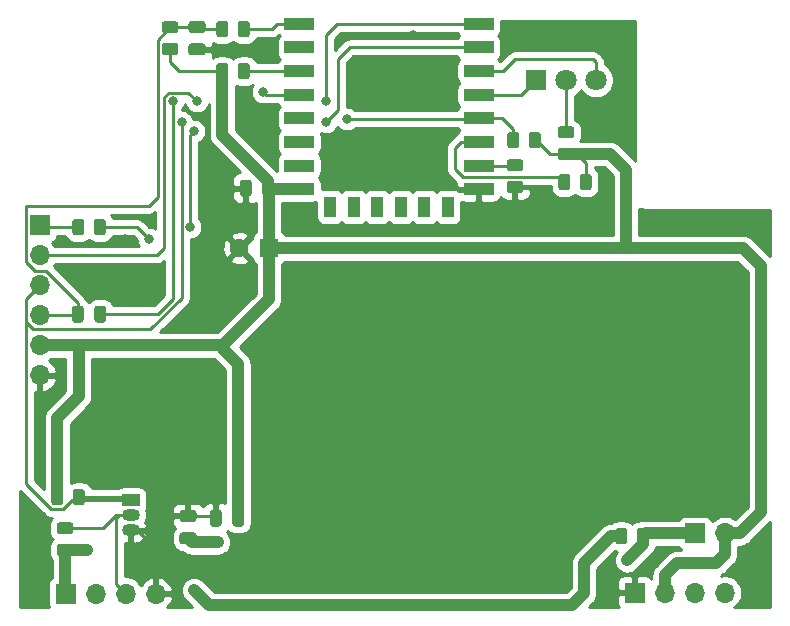
<source format=gbr>
%TF.GenerationSoftware,KiCad,Pcbnew,5.1.9+dfsg1-1*%
%TF.CreationDate,2021-05-25T15:38:03+02:00*%
%TF.ProjectId,vscp-din-wireless-esp8266,76736370-2d64-4696-9e2d-776972656c65,rev?*%
%TF.SameCoordinates,Original*%
%TF.FileFunction,Copper,L1,Top*%
%TF.FilePolarity,Positive*%
%FSLAX46Y46*%
G04 Gerber Fmt 4.6, Leading zero omitted, Abs format (unit mm)*
G04 Created by KiCad (PCBNEW 5.1.9+dfsg1-1) date 2021-05-25 15:38:03*
%MOMM*%
%LPD*%
G01*
G04 APERTURE LIST*
%TA.AperFunction,SMDPad,CuDef*%
%ADD10R,2.500000X1.000000*%
%TD*%
%TA.AperFunction,SMDPad,CuDef*%
%ADD11R,1.000000X1.800000*%
%TD*%
%TA.AperFunction,ComponentPad*%
%ADD12R,1.500000X1.050000*%
%TD*%
%TA.AperFunction,ComponentPad*%
%ADD13O,1.500000X1.050000*%
%TD*%
%TA.AperFunction,ComponentPad*%
%ADD14O,1.700000X1.700000*%
%TD*%
%TA.AperFunction,ComponentPad*%
%ADD15R,1.700000X1.700000*%
%TD*%
%TA.AperFunction,ComponentPad*%
%ADD16C,1.800000*%
%TD*%
%TA.AperFunction,ComponentPad*%
%ADD17R,1.800000X1.800000*%
%TD*%
%TA.AperFunction,ComponentPad*%
%ADD18C,1.600000*%
%TD*%
%TA.AperFunction,ComponentPad*%
%ADD19R,1.600000X1.600000*%
%TD*%
%TA.AperFunction,ViaPad*%
%ADD20C,0.800000*%
%TD*%
%TA.AperFunction,Conductor*%
%ADD21C,0.250000*%
%TD*%
%TA.AperFunction,Conductor*%
%ADD22C,1.000000*%
%TD*%
%TA.AperFunction,Conductor*%
%ADD23C,0.254000*%
%TD*%
%TA.AperFunction,Conductor*%
%ADD24C,0.100000*%
%TD*%
G04 APERTURE END LIST*
%TO.P,C3,2*%
%TO.N,GND*%
%TA.AperFunction,SMDPad,CuDef*%
G36*
G01*
X130843000Y-50996000D02*
X131793000Y-50996000D01*
G75*
G02*
X132043000Y-51246000I0J-250000D01*
G01*
X132043000Y-51746000D01*
G75*
G02*
X131793000Y-51996000I-250000J0D01*
G01*
X130843000Y-51996000D01*
G75*
G02*
X130593000Y-51746000I0J250000D01*
G01*
X130593000Y-51246000D01*
G75*
G02*
X130843000Y-50996000I250000J0D01*
G01*
G37*
%TD.AperFunction*%
%TO.P,C3,1*%
%TO.N,/RESET*%
%TA.AperFunction,SMDPad,CuDef*%
G36*
G01*
X130843000Y-49096000D02*
X131793000Y-49096000D01*
G75*
G02*
X132043000Y-49346000I0J-250000D01*
G01*
X132043000Y-49846000D01*
G75*
G02*
X131793000Y-50096000I-250000J0D01*
G01*
X130843000Y-50096000D01*
G75*
G02*
X130593000Y-49846000I0J250000D01*
G01*
X130593000Y-49346000D01*
G75*
G02*
X130843000Y-49096000I250000J0D01*
G01*
G37*
%TD.AperFunction*%
%TD*%
D10*
%TO.P,U2,22*%
%TO.N,/TXD*%
X155174000Y-49332000D03*
%TO.P,U2,21*%
%TO.N,/RXD*%
X155174000Y-51332000D03*
%TO.P,U2,20*%
%TO.N,/ledb*%
X155174000Y-53332000D03*
%TO.P,U2,19*%
%TO.N,/leda*%
X155174000Y-55332000D03*
%TO.P,U2,18*%
%TO.N,Net-(R5-Pad2)*%
X155174000Y-57332000D03*
%TO.P,U2,17*%
%TO.N,Net-(R6-Pad2)*%
X155174000Y-59332000D03*
%TO.P,U2,16*%
%TO.N,Net-(R8-Pad2)*%
X155174000Y-61332000D03*
%TO.P,U2,15*%
%TO.N,GND*%
X155174000Y-63332000D03*
D11*
%TO.P,U2,14*%
%TO.N,Net-(U2-Pad14)*%
X152574000Y-64832000D03*
%TO.P,U2,13*%
%TO.N,Net-(U2-Pad13)*%
X150574000Y-64832000D03*
%TO.P,U2,12*%
%TO.N,Net-(U2-Pad12)*%
X148574000Y-64832000D03*
%TO.P,U2,11*%
%TO.N,Net-(U2-Pad11)*%
X146574000Y-64832000D03*
%TO.P,U2,10*%
%TO.N,Net-(U2-Pad10)*%
X144574000Y-64832000D03*
%TO.P,U2,9*%
%TO.N,Net-(U2-Pad9)*%
X142574000Y-64832000D03*
D10*
%TO.P,U2,8*%
%TO.N,VCC*%
X139974000Y-63332000D03*
%TO.P,U2,7*%
%TO.N,Net-(U2-Pad7)*%
X139974000Y-61332000D03*
%TO.P,U2,6*%
%TO.N,Net-(U2-Pad6)*%
X139974000Y-59332000D03*
%TO.P,U2,5*%
%TO.N,Net-(U2-Pad5)*%
X139974000Y-57332000D03*
%TO.P,U2,4*%
%TO.N,Net-(R4-Pad2)*%
X139974000Y-55332000D03*
%TO.P,U2,3*%
%TO.N,Net-(R1-Pad2)*%
X139974000Y-53332000D03*
%TO.P,U2,2*%
%TO.N,Net-(U2-Pad2)*%
X139974000Y-51332000D03*
%TO.P,U2,1*%
%TO.N,Net-(R3-Pad1)*%
X139974000Y-49332000D03*
%TD*%
%TO.P,R12,2*%
%TO.N,VDD*%
%TA.AperFunction,SMDPad,CuDef*%
G36*
G01*
X168548000Y-93160001D02*
X168548000Y-92259999D01*
G75*
G02*
X168797999Y-92010000I249999J0D01*
G01*
X169323001Y-92010000D01*
G75*
G02*
X169573000Y-92259999I0J-249999D01*
G01*
X169573000Y-93160001D01*
G75*
G02*
X169323001Y-93410000I-249999J0D01*
G01*
X168797999Y-93410000D01*
G75*
G02*
X168548000Y-93160001I0J249999D01*
G01*
G37*
%TD.AperFunction*%
%TO.P,R12,1*%
%TO.N,Net-(J1-Pad2)*%
%TA.AperFunction,SMDPad,CuDef*%
G36*
G01*
X166723000Y-93160001D02*
X166723000Y-92259999D01*
G75*
G02*
X166972999Y-92010000I249999J0D01*
G01*
X167498001Y-92010000D01*
G75*
G02*
X167748000Y-92259999I0J-249999D01*
G01*
X167748000Y-93160001D01*
G75*
G02*
X167498001Y-93410000I-249999J0D01*
G01*
X166972999Y-93410000D01*
G75*
G02*
X166723000Y-93160001I0J249999D01*
G01*
G37*
%TD.AperFunction*%
%TD*%
%TO.P,R11,2*%
%TO.N,Net-(D1-Pad2)*%
%TA.AperFunction,SMDPad,CuDef*%
G36*
G01*
X163010001Y-59036000D02*
X162109999Y-59036000D01*
G75*
G02*
X161860000Y-58786001I0J249999D01*
G01*
X161860000Y-58260999D01*
G75*
G02*
X162109999Y-58011000I249999J0D01*
G01*
X163010001Y-58011000D01*
G75*
G02*
X163260000Y-58260999I0J-249999D01*
G01*
X163260000Y-58786001D01*
G75*
G02*
X163010001Y-59036000I-249999J0D01*
G01*
G37*
%TD.AperFunction*%
%TO.P,R11,1*%
%TO.N,VCC*%
%TA.AperFunction,SMDPad,CuDef*%
G36*
G01*
X163010001Y-60861000D02*
X162109999Y-60861000D01*
G75*
G02*
X161860000Y-60611001I0J249999D01*
G01*
X161860000Y-60085999D01*
G75*
G02*
X162109999Y-59836000I249999J0D01*
G01*
X163010001Y-59836000D01*
G75*
G02*
X163260000Y-60085999I0J-249999D01*
G01*
X163260000Y-60611001D01*
G75*
G02*
X163010001Y-60861000I-249999J0D01*
G01*
G37*
%TD.AperFunction*%
%TD*%
%TO.P,R10,2*%
%TO.N,VCC*%
%TA.AperFunction,SMDPad,CuDef*%
G36*
G01*
X119996000Y-88957999D02*
X119996000Y-89858001D01*
G75*
G02*
X119746001Y-90108000I-249999J0D01*
G01*
X119220999Y-90108000D01*
G75*
G02*
X118971000Y-89858001I0J249999D01*
G01*
X118971000Y-88957999D01*
G75*
G02*
X119220999Y-88708000I249999J0D01*
G01*
X119746001Y-88708000D01*
G75*
G02*
X119996000Y-88957999I0J-249999D01*
G01*
G37*
%TD.AperFunction*%
%TO.P,R10,1*%
%TO.N,/RXD*%
%TA.AperFunction,SMDPad,CuDef*%
G36*
G01*
X121821000Y-88957999D02*
X121821000Y-89858001D01*
G75*
G02*
X121571001Y-90108000I-249999J0D01*
G01*
X121045999Y-90108000D01*
G75*
G02*
X120796000Y-89858001I0J249999D01*
G01*
X120796000Y-88957999D01*
G75*
G02*
X121045999Y-88708000I249999J0D01*
G01*
X121571001Y-88708000D01*
G75*
G02*
X121821000Y-88957999I0J-249999D01*
G01*
G37*
%TD.AperFunction*%
%TD*%
%TO.P,R9,2*%
%TO.N,VDD*%
%TA.AperFunction,SMDPad,CuDef*%
G36*
G01*
X119691999Y-93364000D02*
X120592001Y-93364000D01*
G75*
G02*
X120842000Y-93613999I0J-249999D01*
G01*
X120842000Y-94139001D01*
G75*
G02*
X120592001Y-94389000I-249999J0D01*
G01*
X119691999Y-94389000D01*
G75*
G02*
X119442000Y-94139001I0J249999D01*
G01*
X119442000Y-93613999D01*
G75*
G02*
X119691999Y-93364000I249999J0D01*
G01*
G37*
%TD.AperFunction*%
%TO.P,R9,1*%
%TO.N,Net-(J1-Pad3)*%
%TA.AperFunction,SMDPad,CuDef*%
G36*
G01*
X119691999Y-91539000D02*
X120592001Y-91539000D01*
G75*
G02*
X120842000Y-91788999I0J-249999D01*
G01*
X120842000Y-92314001D01*
G75*
G02*
X120592001Y-92564000I-249999J0D01*
G01*
X119691999Y-92564000D01*
G75*
G02*
X119442000Y-92314001I0J249999D01*
G01*
X119442000Y-91788999D01*
G75*
G02*
X119691999Y-91539000I249999J0D01*
G01*
G37*
%TD.AperFunction*%
%TD*%
%TO.P,R8,2*%
%TO.N,Net-(R8-Pad2)*%
%TA.AperFunction,SMDPad,CuDef*%
G36*
G01*
X158692001Y-61830000D02*
X157791999Y-61830000D01*
G75*
G02*
X157542000Y-61580001I0J249999D01*
G01*
X157542000Y-61054999D01*
G75*
G02*
X157791999Y-60805000I249999J0D01*
G01*
X158692001Y-60805000D01*
G75*
G02*
X158942000Y-61054999I0J-249999D01*
G01*
X158942000Y-61580001D01*
G75*
G02*
X158692001Y-61830000I-249999J0D01*
G01*
G37*
%TD.AperFunction*%
%TO.P,R8,1*%
%TO.N,GND*%
%TA.AperFunction,SMDPad,CuDef*%
G36*
G01*
X158692001Y-63655000D02*
X157791999Y-63655000D01*
G75*
G02*
X157542000Y-63405001I0J249999D01*
G01*
X157542000Y-62879999D01*
G75*
G02*
X157791999Y-62630000I249999J0D01*
G01*
X158692001Y-62630000D01*
G75*
G02*
X158942000Y-62879999I0J-249999D01*
G01*
X158942000Y-63405001D01*
G75*
G02*
X158692001Y-63655000I-249999J0D01*
G01*
G37*
%TD.AperFunction*%
%TD*%
%TO.P,R7,2*%
%TO.N,/FLASH*%
%TA.AperFunction,SMDPad,CuDef*%
G36*
G01*
X121774000Y-66097999D02*
X121774000Y-66998001D01*
G75*
G02*
X121524001Y-67248000I-249999J0D01*
G01*
X120998999Y-67248000D01*
G75*
G02*
X120749000Y-66998001I0J249999D01*
G01*
X120749000Y-66097999D01*
G75*
G02*
X120998999Y-65848000I249999J0D01*
G01*
X121524001Y-65848000D01*
G75*
G02*
X121774000Y-66097999I0J-249999D01*
G01*
G37*
%TD.AperFunction*%
%TO.P,R7,1*%
%TO.N,Net-(R5-Pad2)*%
%TA.AperFunction,SMDPad,CuDef*%
G36*
G01*
X123599000Y-66097999D02*
X123599000Y-66998001D01*
G75*
G02*
X123349001Y-67248000I-249999J0D01*
G01*
X122823999Y-67248000D01*
G75*
G02*
X122574000Y-66998001I0J249999D01*
G01*
X122574000Y-66097999D01*
G75*
G02*
X122823999Y-65848000I249999J0D01*
G01*
X123349001Y-65848000D01*
G75*
G02*
X123599000Y-66097999I0J-249999D01*
G01*
G37*
%TD.AperFunction*%
%TD*%
%TO.P,R6,2*%
%TO.N,Net-(R6-Pad2)*%
%TA.AperFunction,SMDPad,CuDef*%
G36*
G01*
X162922000Y-62287999D02*
X162922000Y-63188001D01*
G75*
G02*
X162672001Y-63438000I-249999J0D01*
G01*
X162146999Y-63438000D01*
G75*
G02*
X161897000Y-63188001I0J249999D01*
G01*
X161897000Y-62287999D01*
G75*
G02*
X162146999Y-62038000I249999J0D01*
G01*
X162672001Y-62038000D01*
G75*
G02*
X162922000Y-62287999I0J-249999D01*
G01*
G37*
%TD.AperFunction*%
%TO.P,R6,1*%
%TO.N,VCC*%
%TA.AperFunction,SMDPad,CuDef*%
G36*
G01*
X164747000Y-62287999D02*
X164747000Y-63188001D01*
G75*
G02*
X164497001Y-63438000I-249999J0D01*
G01*
X163971999Y-63438000D01*
G75*
G02*
X163722000Y-63188001I0J249999D01*
G01*
X163722000Y-62287999D01*
G75*
G02*
X163971999Y-62038000I249999J0D01*
G01*
X164497001Y-62038000D01*
G75*
G02*
X164747000Y-62287999I0J-249999D01*
G01*
G37*
%TD.AperFunction*%
%TD*%
%TO.P,R5,2*%
%TO.N,Net-(R5-Pad2)*%
%TA.AperFunction,SMDPad,CuDef*%
G36*
G01*
X158604000Y-58731999D02*
X158604000Y-59632001D01*
G75*
G02*
X158354001Y-59882000I-249999J0D01*
G01*
X157828999Y-59882000D01*
G75*
G02*
X157579000Y-59632001I0J249999D01*
G01*
X157579000Y-58731999D01*
G75*
G02*
X157828999Y-58482000I249999J0D01*
G01*
X158354001Y-58482000D01*
G75*
G02*
X158604000Y-58731999I0J-249999D01*
G01*
G37*
%TD.AperFunction*%
%TO.P,R5,1*%
%TO.N,VCC*%
%TA.AperFunction,SMDPad,CuDef*%
G36*
G01*
X160429000Y-58731999D02*
X160429000Y-59632001D01*
G75*
G02*
X160179001Y-59882000I-249999J0D01*
G01*
X159653999Y-59882000D01*
G75*
G02*
X159404000Y-59632001I0J249999D01*
G01*
X159404000Y-58731999D01*
G75*
G02*
X159653999Y-58482000I249999J0D01*
G01*
X160179001Y-58482000D01*
G75*
G02*
X160429000Y-58731999I0J-249999D01*
G01*
G37*
%TD.AperFunction*%
%TD*%
%TO.P,R4,2*%
%TO.N,Net-(R4-Pad2)*%
%TA.AperFunction,SMDPad,CuDef*%
G36*
G01*
X122624000Y-74389000D02*
X122624000Y-73439000D01*
G75*
G02*
X122874000Y-73189000I250000J0D01*
G01*
X123374000Y-73189000D01*
G75*
G02*
X123624000Y-73439000I0J-250000D01*
G01*
X123624000Y-74389000D01*
G75*
G02*
X123374000Y-74639000I-250000J0D01*
G01*
X122874000Y-74639000D01*
G75*
G02*
X122624000Y-74389000I0J250000D01*
G01*
G37*
%TD.AperFunction*%
%TO.P,R4,1*%
%TO.N,/RESET*%
%TA.AperFunction,SMDPad,CuDef*%
G36*
G01*
X120724000Y-74389000D02*
X120724000Y-73439000D01*
G75*
G02*
X120974000Y-73189000I250000J0D01*
G01*
X121474000Y-73189000D01*
G75*
G02*
X121724000Y-73439000I0J-250000D01*
G01*
X121724000Y-74389000D01*
G75*
G02*
X121474000Y-74639000I-250000J0D01*
G01*
X120974000Y-74639000D01*
G75*
G02*
X120724000Y-74389000I0J250000D01*
G01*
G37*
%TD.AperFunction*%
%TD*%
%TO.P,R3,2*%
%TO.N,/RESET*%
%TA.AperFunction,SMDPad,CuDef*%
G36*
G01*
X133966000Y-49333999D02*
X133966000Y-50234001D01*
G75*
G02*
X133716001Y-50484000I-249999J0D01*
G01*
X133190999Y-50484000D01*
G75*
G02*
X132941000Y-50234001I0J249999D01*
G01*
X132941000Y-49333999D01*
G75*
G02*
X133190999Y-49084000I249999J0D01*
G01*
X133716001Y-49084000D01*
G75*
G02*
X133966000Y-49333999I0J-249999D01*
G01*
G37*
%TD.AperFunction*%
%TO.P,R3,1*%
%TO.N,Net-(R3-Pad1)*%
%TA.AperFunction,SMDPad,CuDef*%
G36*
G01*
X135791000Y-49333999D02*
X135791000Y-50234001D01*
G75*
G02*
X135541001Y-50484000I-249999J0D01*
G01*
X135015999Y-50484000D01*
G75*
G02*
X134766000Y-50234001I0J249999D01*
G01*
X134766000Y-49333999D01*
G75*
G02*
X135015999Y-49084000I249999J0D01*
G01*
X135541001Y-49084000D01*
G75*
G02*
X135791000Y-49333999I0J-249999D01*
G01*
G37*
%TD.AperFunction*%
%TD*%
%TO.P,R2,2*%
%TO.N,/RESET*%
%TA.AperFunction,SMDPad,CuDef*%
G36*
G01*
X129482001Y-50146000D02*
X128581999Y-50146000D01*
G75*
G02*
X128332000Y-49896001I0J249999D01*
G01*
X128332000Y-49370999D01*
G75*
G02*
X128581999Y-49121000I249999J0D01*
G01*
X129482001Y-49121000D01*
G75*
G02*
X129732000Y-49370999I0J-249999D01*
G01*
X129732000Y-49896001D01*
G75*
G02*
X129482001Y-50146000I-249999J0D01*
G01*
G37*
%TD.AperFunction*%
%TO.P,R2,1*%
%TO.N,VCC*%
%TA.AperFunction,SMDPad,CuDef*%
G36*
G01*
X129482001Y-51971000D02*
X128581999Y-51971000D01*
G75*
G02*
X128332000Y-51721001I0J249999D01*
G01*
X128332000Y-51195999D01*
G75*
G02*
X128581999Y-50946000I249999J0D01*
G01*
X129482001Y-50946000D01*
G75*
G02*
X129732000Y-51195999I0J-249999D01*
G01*
X129732000Y-51721001D01*
G75*
G02*
X129482001Y-51971000I-249999J0D01*
G01*
G37*
%TD.AperFunction*%
%TD*%
%TO.P,R1,2*%
%TO.N,Net-(R1-Pad2)*%
%TA.AperFunction,SMDPad,CuDef*%
G36*
G01*
X134766000Y-53790001D02*
X134766000Y-52889999D01*
G75*
G02*
X135015999Y-52640000I249999J0D01*
G01*
X135541001Y-52640000D01*
G75*
G02*
X135791000Y-52889999I0J-249999D01*
G01*
X135791000Y-53790001D01*
G75*
G02*
X135541001Y-54040000I-249999J0D01*
G01*
X135015999Y-54040000D01*
G75*
G02*
X134766000Y-53790001I0J249999D01*
G01*
G37*
%TD.AperFunction*%
%TO.P,R1,1*%
%TO.N,VCC*%
%TA.AperFunction,SMDPad,CuDef*%
G36*
G01*
X132941000Y-53790001D02*
X132941000Y-52889999D01*
G75*
G02*
X133190999Y-52640000I249999J0D01*
G01*
X133716001Y-52640000D01*
G75*
G02*
X133966000Y-52889999I0J-249999D01*
G01*
X133966000Y-53790001D01*
G75*
G02*
X133716001Y-54040000I-249999J0D01*
G01*
X133190999Y-54040000D01*
G75*
G02*
X132941000Y-53790001I0J249999D01*
G01*
G37*
%TD.AperFunction*%
%TD*%
D12*
%TO.P,Q1,1*%
%TO.N,/RXD*%
X125730000Y-89662000D03*
D13*
%TO.P,Q1,3*%
%TO.N,GND*%
X125730000Y-92202000D03*
%TO.P,Q1,2*%
%TO.N,Net-(J1-Pad3)*%
X125730000Y-90932000D03*
%TD*%
D14*
%TO.P,J4,2*%
%TO.N,VCC*%
X176022000Y-92456000D03*
D15*
%TO.P,J4,1*%
%TO.N,VDD*%
X173482000Y-92456000D03*
%TD*%
D16*
%TO.P,D1,3*%
%TO.N,/ledb*%
X165100000Y-54102000D03*
%TO.P,D1,2*%
%TO.N,Net-(D1-Pad2)*%
X162560000Y-54102000D03*
D17*
%TO.P,D1,1*%
%TO.N,/leda*%
X160020000Y-54102000D03*
%TD*%
%TO.P,C6,2*%
%TO.N,GND*%
%TA.AperFunction,SMDPad,CuDef*%
G36*
G01*
X131031000Y-91498000D02*
X130081000Y-91498000D01*
G75*
G02*
X129831000Y-91248000I0J250000D01*
G01*
X129831000Y-90748000D01*
G75*
G02*
X130081000Y-90498000I250000J0D01*
G01*
X131031000Y-90498000D01*
G75*
G02*
X131281000Y-90748000I0J-250000D01*
G01*
X131281000Y-91248000D01*
G75*
G02*
X131031000Y-91498000I-250000J0D01*
G01*
G37*
%TD.AperFunction*%
%TO.P,C6,1*%
%TO.N,VDD*%
%TA.AperFunction,SMDPad,CuDef*%
G36*
G01*
X131031000Y-93398000D02*
X130081000Y-93398000D01*
G75*
G02*
X129831000Y-93148000I0J250000D01*
G01*
X129831000Y-92648000D01*
G75*
G02*
X130081000Y-92398000I250000J0D01*
G01*
X131031000Y-92398000D01*
G75*
G02*
X131281000Y-92648000I0J-250000D01*
G01*
X131281000Y-93148000D01*
G75*
G02*
X131031000Y-93398000I-250000J0D01*
G01*
G37*
%TD.AperFunction*%
%TD*%
%TO.P,C5,2*%
%TO.N,GND*%
%TA.AperFunction,SMDPad,CuDef*%
G36*
G01*
X133408000Y-90711000D02*
X133408000Y-91661000D01*
G75*
G02*
X133158000Y-91911000I-250000J0D01*
G01*
X132658000Y-91911000D01*
G75*
G02*
X132408000Y-91661000I0J250000D01*
G01*
X132408000Y-90711000D01*
G75*
G02*
X132658000Y-90461000I250000J0D01*
G01*
X133158000Y-90461000D01*
G75*
G02*
X133408000Y-90711000I0J-250000D01*
G01*
G37*
%TD.AperFunction*%
%TO.P,C5,1*%
%TO.N,VCC*%
%TA.AperFunction,SMDPad,CuDef*%
G36*
G01*
X135308000Y-90711000D02*
X135308000Y-91661000D01*
G75*
G02*
X135058000Y-91911000I-250000J0D01*
G01*
X134558000Y-91911000D01*
G75*
G02*
X134308000Y-91661000I0J250000D01*
G01*
X134308000Y-90711000D01*
G75*
G02*
X134558000Y-90461000I250000J0D01*
G01*
X135058000Y-90461000D01*
G75*
G02*
X135308000Y-90711000I0J-250000D01*
G01*
G37*
%TD.AperFunction*%
%TD*%
D18*
%TO.P,C2,2*%
%TO.N,GND*%
X134914000Y-68326000D03*
D19*
%TO.P,C2,1*%
%TO.N,VCC*%
X137414000Y-68326000D03*
%TD*%
%TO.P,C1,2*%
%TO.N,GND*%
%TA.AperFunction,SMDPad,CuDef*%
G36*
G01*
X135948000Y-62771000D02*
X135948000Y-63721000D01*
G75*
G02*
X135698000Y-63971000I-250000J0D01*
G01*
X135198000Y-63971000D01*
G75*
G02*
X134948000Y-63721000I0J250000D01*
G01*
X134948000Y-62771000D01*
G75*
G02*
X135198000Y-62521000I250000J0D01*
G01*
X135698000Y-62521000D01*
G75*
G02*
X135948000Y-62771000I0J-250000D01*
G01*
G37*
%TD.AperFunction*%
%TO.P,C1,1*%
%TO.N,VCC*%
%TA.AperFunction,SMDPad,CuDef*%
G36*
G01*
X137848000Y-62771000D02*
X137848000Y-63721000D01*
G75*
G02*
X137598000Y-63971000I-250000J0D01*
G01*
X137098000Y-63971000D01*
G75*
G02*
X136848000Y-63721000I0J250000D01*
G01*
X136848000Y-62771000D01*
G75*
G02*
X137098000Y-62521000I250000J0D01*
G01*
X137598000Y-62521000D01*
G75*
G02*
X137848000Y-62771000I0J-250000D01*
G01*
G37*
%TD.AperFunction*%
%TD*%
D15*
%TO.P,J1,1*%
%TO.N,VDD*%
X120200000Y-97600000D03*
D14*
%TO.P,J1,2*%
%TO.N,Net-(J1-Pad2)*%
X122740000Y-97600000D03*
%TO.P,J1,3*%
%TO.N,Net-(J1-Pad3)*%
X125280000Y-97600000D03*
%TO.P,J1,4*%
%TO.N,GND*%
X127820000Y-97600000D03*
%TD*%
D15*
%TO.P,J2,1*%
%TO.N,GND*%
X168380000Y-97500000D03*
D14*
%TO.P,J2,2*%
%TO.N,VCC*%
X170920000Y-97500000D03*
%TO.P,J2,3*%
%TO.N,Net-(J2-Pad3)*%
X173460000Y-97500000D03*
%TO.P,J2,4*%
%TO.N,Net-(J2-Pad4)*%
X176000000Y-97500000D03*
%TD*%
D15*
%TO.P,J3,1*%
%TO.N,/FLASH*%
X118010600Y-66395000D03*
D14*
%TO.P,J3,2*%
%TO.N,/TXD*%
X118010600Y-68935000D03*
%TO.P,J3,3*%
%TO.N,/RXD*%
X118010600Y-71475000D03*
%TO.P,J3,4*%
%TO.N,/RESET*%
X118010600Y-74015000D03*
%TO.P,J3,5*%
%TO.N,VCC*%
X118010600Y-76555000D03*
%TO.P,J3,6*%
%TO.N,GND*%
X118010600Y-79095000D03*
%TD*%
D20*
%TO.N,GND*%
X137414000Y-51816000D03*
X144526000Y-59436000D03*
X125222000Y-71374000D03*
X149352000Y-54864000D03*
X167640000Y-57658000D03*
X149606000Y-50292000D03*
X136652000Y-59690000D03*
X125222000Y-67564000D03*
X127254000Y-66040000D03*
X177038000Y-66548000D03*
X178816000Y-94742000D03*
X117856000Y-94996000D03*
%TO.N,VDD*%
X167728500Y-94742000D03*
X133096000Y-93218000D03*
X122023500Y-93876500D03*
%TO.N,Net-(J1-Pad2)*%
X131064000Y-97282000D03*
%TO.N,/TXD*%
X131318000Y-55880000D03*
X142240000Y-55880000D03*
%TO.N,/RXD*%
X142240000Y-57658000D03*
X130011000Y-57658000D03*
%TO.N,Net-(R4-Pad2)*%
X136906000Y-55118000D03*
X129286000Y-55880000D03*
%TO.N,Net-(R5-Pad2)*%
X127254000Y-67564000D03*
X130736000Y-66548000D03*
X131064000Y-58420000D03*
X144018000Y-57404000D03*
%TD*%
D21*
%TO.N,GND*%
X125730000Y-92202000D02*
X127254000Y-92202000D01*
X128458000Y-90998000D02*
X130556000Y-90998000D01*
X127254000Y-92202000D02*
X128458000Y-90998000D01*
X132720000Y-90998000D02*
X132908000Y-91186000D01*
X130556000Y-90998000D02*
X132720000Y-90998000D01*
X125730000Y-92202000D02*
X126238000Y-92202000D01*
X127820000Y-93784000D02*
X127820000Y-97600000D01*
X126238000Y-92202000D02*
X127820000Y-93784000D01*
%TO.N,VCC*%
X129032000Y-51458500D02*
X129032000Y-52578000D01*
X129794000Y-53340000D02*
X133453500Y-53340000D01*
X129032000Y-52578000D02*
X129794000Y-53340000D01*
D22*
X137414000Y-63312000D02*
X137348000Y-63246000D01*
X137414000Y-68326000D02*
X137414000Y-63312000D01*
X137434000Y-63332000D02*
X137348000Y-63246000D01*
X139974000Y-63332000D02*
X137434000Y-63332000D01*
X137348000Y-63246000D02*
X137348000Y-62672000D01*
X133453500Y-58777500D02*
X133453500Y-53340000D01*
X137348000Y-62672000D02*
X133453500Y-58777500D01*
X162560000Y-60348500D02*
X166266500Y-60348500D01*
X167640000Y-61722000D02*
X167640000Y-68326000D01*
X166266500Y-60348500D02*
X167640000Y-61722000D01*
X167640000Y-68326000D02*
X137414000Y-68326000D01*
X137414000Y-72644000D02*
X137414000Y-68326000D01*
X133503000Y-76555000D02*
X137414000Y-72644000D01*
D21*
X159916500Y-59182000D02*
X160020000Y-59182000D01*
X161186500Y-60348500D02*
X162560000Y-60348500D01*
X160020000Y-59182000D02*
X161186500Y-60348500D01*
X162560000Y-60348500D02*
X163472500Y-60348500D01*
X164234500Y-61110500D02*
X164234500Y-62738000D01*
X163472500Y-60348500D02*
X164234500Y-61110500D01*
X133503000Y-76555000D02*
X133503000Y-76861000D01*
D22*
X134808000Y-78166000D02*
X134808000Y-91186000D01*
X133503000Y-76861000D02*
X134808000Y-78166000D01*
X177546000Y-68326000D02*
X167640000Y-68326000D01*
X179070000Y-69850000D02*
X177546000Y-68326000D01*
X179070000Y-90678000D02*
X179070000Y-69850000D01*
X177292000Y-92456000D02*
X179070000Y-90678000D01*
X176022000Y-92456000D02*
X177292000Y-92456000D01*
X119483500Y-89408000D02*
X119483500Y-82700500D01*
X119483500Y-82700500D02*
X121311000Y-80873000D01*
X121311000Y-80873000D02*
X121311000Y-76555000D01*
X121311000Y-76555000D02*
X133503000Y-76555000D01*
X118010600Y-76555000D02*
X121311000Y-76555000D01*
X176022000Y-92456000D02*
X176022000Y-94234000D01*
X176022000Y-94234000D02*
X175260000Y-94996000D01*
X175260000Y-94996000D02*
X171958000Y-94996000D01*
X170920000Y-96034000D02*
X170920000Y-97500000D01*
X171958000Y-94996000D02*
X170920000Y-96034000D01*
D21*
%TO.N,/RESET*%
X131506000Y-49784000D02*
X131318000Y-49596000D01*
X133453500Y-49784000D02*
X131506000Y-49784000D01*
X129069500Y-49596000D02*
X129032000Y-49633500D01*
X131318000Y-49596000D02*
X129069500Y-49596000D01*
X121123000Y-74015000D02*
X121224000Y-73914000D01*
X118010600Y-74015000D02*
X121123000Y-74015000D01*
X128006990Y-50658510D02*
X129032000Y-49633500D01*
X128006990Y-63987998D02*
X128006990Y-50658510D01*
X127244978Y-64750010D02*
X128006990Y-63987998D01*
X116835599Y-64750010D02*
X127244978Y-64750010D01*
X116835599Y-69499001D02*
X116835599Y-64750010D01*
X118574601Y-70299999D02*
X117636597Y-70299999D01*
X121224000Y-72949398D02*
X118574601Y-70299999D01*
X117636597Y-70299999D02*
X116835599Y-69499001D01*
X121224000Y-73914000D02*
X121224000Y-72949398D01*
%TO.N,VDD*%
X120142000Y-97542000D02*
X120200000Y-97600000D01*
D22*
X120142000Y-93876500D02*
X120142000Y-97542000D01*
X169314500Y-92456000D02*
X169060500Y-92710000D01*
X173482000Y-92456000D02*
X169314500Y-92456000D01*
X169060500Y-93410000D02*
X167728500Y-94742000D01*
X169060500Y-92710000D02*
X169060500Y-93410000D01*
X130876000Y-93218000D02*
X130556000Y-92898000D01*
X133096000Y-93218000D02*
X130876000Y-93218000D01*
X120142000Y-93876500D02*
X122023500Y-93876500D01*
D21*
%TO.N,Net-(D1-Pad2)*%
X162560000Y-58523500D02*
X162560000Y-54102000D01*
D22*
%TO.N,Net-(J1-Pad2)*%
X167235500Y-92710000D02*
X166370000Y-92710000D01*
X166370000Y-92710000D02*
X164084000Y-94996000D01*
X164084000Y-94996000D02*
X164084000Y-97536000D01*
X164084000Y-97536000D02*
X163068000Y-98552000D01*
X132334000Y-98552000D02*
X131064000Y-97282000D01*
X163068000Y-98552000D02*
X132334000Y-98552000D01*
D21*
%TO.N,Net-(J1-Pad3)*%
X120142000Y-92051500D02*
X123340500Y-92051500D01*
X124460000Y-90932000D02*
X125730000Y-90932000D01*
X123340500Y-92051500D02*
X124460000Y-90932000D01*
X124730000Y-90932000D02*
X125730000Y-90932000D01*
X124430001Y-91231999D02*
X124730000Y-90932000D01*
X124430001Y-96750001D02*
X124430001Y-91231999D01*
X125280000Y-97600000D02*
X124430001Y-96750001D01*
%TO.N,/FLASH*%
X118163600Y-66548000D02*
X118010600Y-66395000D01*
X121261500Y-66548000D02*
X118163600Y-66548000D01*
%TO.N,/TXD*%
X118010600Y-68935000D02*
X127915000Y-68935000D01*
X128937999Y-55154999D02*
X130592999Y-55154999D01*
X128560999Y-55531999D02*
X128937999Y-55154999D01*
X128560999Y-68289001D02*
X128560999Y-55531999D01*
X127915000Y-68935000D02*
X128560999Y-68289001D01*
X130592999Y-55154999D02*
X131318000Y-55880000D01*
X155174000Y-49332000D02*
X143200000Y-49332000D01*
X142240000Y-50292000D02*
X142240000Y-55880000D01*
X143200000Y-49332000D02*
X142240000Y-50292000D01*
%TO.N,/RXD*%
X155174000Y-51332000D02*
X144248000Y-51332000D01*
X144248000Y-51332000D02*
X143256000Y-52324000D01*
X143256000Y-56642000D02*
X142240000Y-57658000D01*
X143256000Y-52324000D02*
X143256000Y-56642000D01*
X116835599Y-74579001D02*
X116835599Y-72650001D01*
X117446599Y-75190001D02*
X116835599Y-74579001D01*
X127376409Y-75190001D02*
X117446599Y-75190001D01*
X130011000Y-72555410D02*
X127376409Y-75190001D01*
X130011000Y-57658000D02*
X130011000Y-72555410D01*
X125476000Y-89408000D02*
X125730000Y-89662000D01*
X121308500Y-89408000D02*
X125476000Y-89408000D01*
X116835599Y-72650001D02*
X118010600Y-71475000D01*
X119984180Y-90433010D02*
X118982820Y-90433010D01*
X120755190Y-89662000D02*
X119984180Y-90433010D01*
X116835599Y-88285789D02*
X116835599Y-72650001D01*
X118982820Y-90433010D02*
X116835599Y-88285789D01*
X125730000Y-89662000D02*
X120755190Y-89662000D01*
%TO.N,Net-(R1-Pad2)*%
X139966000Y-53340000D02*
X139974000Y-53332000D01*
X135278500Y-53340000D02*
X139966000Y-53340000D01*
%TO.N,Net-(R3-Pad1)*%
X135278500Y-49784000D02*
X137668000Y-49784000D01*
X138120000Y-49332000D02*
X139974000Y-49332000D01*
X137668000Y-49784000D02*
X138120000Y-49332000D01*
%TO.N,Net-(R4-Pad2)*%
X137120000Y-55332000D02*
X136906000Y-55118000D01*
X139974000Y-55332000D02*
X137120000Y-55332000D01*
X129286000Y-55880000D02*
X129286000Y-72644000D01*
X128016000Y-73914000D02*
X123124000Y-73914000D01*
X129286000Y-72644000D02*
X128016000Y-73914000D01*
%TO.N,Net-(R5-Pad2)*%
X155174000Y-57332000D02*
X157154000Y-57332000D01*
X158091500Y-58269500D02*
X158091500Y-59182000D01*
X157154000Y-57332000D02*
X158091500Y-58269500D01*
X126238000Y-66548000D02*
X127254000Y-67564000D01*
X123086500Y-66548000D02*
X126238000Y-66548000D01*
X130736000Y-58748000D02*
X131064000Y-58420000D01*
X130736000Y-66548000D02*
X130736000Y-58748000D01*
X155102000Y-57404000D02*
X155174000Y-57332000D01*
X144018000Y-57404000D02*
X155102000Y-57404000D01*
%TO.N,Net-(R6-Pad2)*%
X153811988Y-62304990D02*
X153162000Y-61655002D01*
X161976490Y-62304990D02*
X153811988Y-62304990D01*
X162409500Y-62738000D02*
X161976490Y-62304990D01*
X153674000Y-59332000D02*
X155174000Y-59332000D01*
X153162000Y-59844000D02*
X153674000Y-59332000D01*
X153162000Y-61655002D02*
X153162000Y-59844000D01*
%TO.N,Net-(R8-Pad2)*%
X158227500Y-61332000D02*
X158242000Y-61317500D01*
X155174000Y-61332000D02*
X158227500Y-61332000D01*
%TO.N,/ledb*%
X155174000Y-53332000D02*
X157234000Y-53332000D01*
X157234000Y-53332000D02*
X158242000Y-52324000D01*
X158242000Y-52324000D02*
X164846000Y-52324000D01*
X165100000Y-52578000D02*
X165100000Y-54102000D01*
X164846000Y-52324000D02*
X165100000Y-52578000D01*
%TO.N,/leda*%
X158790000Y-55332000D02*
X160020000Y-54102000D01*
X155174000Y-55332000D02*
X158790000Y-55332000D01*
%TD*%
D23*
%TO.N,GND*%
X118419021Y-90944013D02*
X118442819Y-90973011D01*
X118471817Y-90996809D01*
X118558543Y-91067984D01*
X118645467Y-91114446D01*
X118690573Y-91138556D01*
X118833834Y-91182013D01*
X118945487Y-91193010D01*
X118945496Y-91193010D01*
X118982819Y-91196686D01*
X119020142Y-91193010D01*
X119037799Y-91193010D01*
X118953595Y-91295613D01*
X118871528Y-91449149D01*
X118820992Y-91615745D01*
X118803928Y-91788999D01*
X118803928Y-92314001D01*
X118820992Y-92487255D01*
X118871528Y-92653851D01*
X118953595Y-92807387D01*
X119064038Y-92941962D01*
X119090891Y-92964000D01*
X119064038Y-92986038D01*
X118953595Y-93120613D01*
X118871528Y-93274149D01*
X118820992Y-93440745D01*
X118803928Y-93613999D01*
X118803928Y-94139001D01*
X118820992Y-94312255D01*
X118871528Y-94478851D01*
X118953595Y-94632387D01*
X119007000Y-94697461D01*
X119007001Y-96213319D01*
X118995506Y-96219463D01*
X118898815Y-96298815D01*
X118819463Y-96395506D01*
X118760498Y-96505820D01*
X118724188Y-96625518D01*
X118711928Y-96750000D01*
X118711928Y-98450000D01*
X118724188Y-98574482D01*
X118760498Y-98694180D01*
X118784990Y-98740000D01*
X116360000Y-98740000D01*
X116360000Y-88884991D01*
X118419021Y-90944013D01*
%TA.AperFunction,Conductor*%
D24*
G36*
X118419021Y-90944013D02*
G01*
X118442819Y-90973011D01*
X118471817Y-90996809D01*
X118558543Y-91067984D01*
X118645467Y-91114446D01*
X118690573Y-91138556D01*
X118833834Y-91182013D01*
X118945487Y-91193010D01*
X118945496Y-91193010D01*
X118982819Y-91196686D01*
X119020142Y-91193010D01*
X119037799Y-91193010D01*
X118953595Y-91295613D01*
X118871528Y-91449149D01*
X118820992Y-91615745D01*
X118803928Y-91788999D01*
X118803928Y-92314001D01*
X118820992Y-92487255D01*
X118871528Y-92653851D01*
X118953595Y-92807387D01*
X119064038Y-92941962D01*
X119090891Y-92964000D01*
X119064038Y-92986038D01*
X118953595Y-93120613D01*
X118871528Y-93274149D01*
X118820992Y-93440745D01*
X118803928Y-93613999D01*
X118803928Y-94139001D01*
X118820992Y-94312255D01*
X118871528Y-94478851D01*
X118953595Y-94632387D01*
X119007000Y-94697461D01*
X119007001Y-96213319D01*
X118995506Y-96219463D01*
X118898815Y-96298815D01*
X118819463Y-96395506D01*
X118760498Y-96505820D01*
X118724188Y-96625518D01*
X118711928Y-96750000D01*
X118711928Y-98450000D01*
X118724188Y-98574482D01*
X118760498Y-98694180D01*
X118784990Y-98740000D01*
X116360000Y-98740000D01*
X116360000Y-88884991D01*
X118419021Y-90944013D01*
G37*
%TD.AperFunction*%
D23*
X179840000Y-98740000D02*
X176817138Y-98740000D01*
X176946632Y-98653475D01*
X177153475Y-98446632D01*
X177315990Y-98203411D01*
X177427932Y-97933158D01*
X177485000Y-97646260D01*
X177485000Y-97353740D01*
X177427932Y-97066842D01*
X177315990Y-96796589D01*
X177153475Y-96553368D01*
X176946632Y-96346525D01*
X176703411Y-96184010D01*
X176433158Y-96072068D01*
X176146260Y-96015000D01*
X175853740Y-96015000D01*
X175706543Y-96044279D01*
X175893623Y-95944284D01*
X176066449Y-95802449D01*
X176101995Y-95759136D01*
X176785140Y-95075992D01*
X176828449Y-95040449D01*
X176970284Y-94867623D01*
X177075676Y-94670447D01*
X177140577Y-94456499D01*
X177157000Y-94289752D01*
X177162491Y-94234000D01*
X177157000Y-94178248D01*
X177157000Y-93591000D01*
X177236249Y-93591000D01*
X177292000Y-93596491D01*
X177347751Y-93591000D01*
X177347752Y-93591000D01*
X177514499Y-93574577D01*
X177728447Y-93509676D01*
X177925623Y-93404284D01*
X178098449Y-93262449D01*
X178133995Y-93219136D01*
X179833146Y-91519987D01*
X179840000Y-91514362D01*
X179840000Y-98740000D01*
%TA.AperFunction,Conductor*%
D24*
G36*
X179840000Y-98740000D02*
G01*
X176817138Y-98740000D01*
X176946632Y-98653475D01*
X177153475Y-98446632D01*
X177315990Y-98203411D01*
X177427932Y-97933158D01*
X177485000Y-97646260D01*
X177485000Y-97353740D01*
X177427932Y-97066842D01*
X177315990Y-96796589D01*
X177153475Y-96553368D01*
X176946632Y-96346525D01*
X176703411Y-96184010D01*
X176433158Y-96072068D01*
X176146260Y-96015000D01*
X175853740Y-96015000D01*
X175706543Y-96044279D01*
X175893623Y-95944284D01*
X176066449Y-95802449D01*
X176101995Y-95759136D01*
X176785140Y-95075992D01*
X176828449Y-95040449D01*
X176970284Y-94867623D01*
X177075676Y-94670447D01*
X177140577Y-94456499D01*
X177157000Y-94289752D01*
X177162491Y-94234000D01*
X177157000Y-94178248D01*
X177157000Y-93591000D01*
X177236249Y-93591000D01*
X177292000Y-93596491D01*
X177347751Y-93591000D01*
X177347752Y-93591000D01*
X177514499Y-93574577D01*
X177728447Y-93509676D01*
X177925623Y-93404284D01*
X178098449Y-93262449D01*
X178133995Y-93219136D01*
X179833146Y-91519987D01*
X179840000Y-91514362D01*
X179840000Y-98740000D01*
G37*
%TD.AperFunction*%
D23*
X167640000Y-69466491D02*
X167695752Y-69461000D01*
X177075869Y-69461000D01*
X177935001Y-70320133D01*
X177935000Y-90207867D01*
X176891729Y-91251140D01*
X176725411Y-91140010D01*
X176455158Y-91028068D01*
X176168260Y-90971000D01*
X175875740Y-90971000D01*
X175588842Y-91028068D01*
X175318589Y-91140010D01*
X175075368Y-91302525D01*
X174943513Y-91434380D01*
X174921502Y-91361820D01*
X174862537Y-91251506D01*
X174783185Y-91154815D01*
X174686494Y-91075463D01*
X174576180Y-91016498D01*
X174456482Y-90980188D01*
X174332000Y-90967928D01*
X172632000Y-90967928D01*
X172507518Y-90980188D01*
X172387820Y-91016498D01*
X172277506Y-91075463D01*
X172180815Y-91154815D01*
X172101463Y-91251506D01*
X172064317Y-91321000D01*
X169370241Y-91321000D01*
X169314499Y-91315510D01*
X169258757Y-91321000D01*
X169258748Y-91321000D01*
X169092001Y-91337423D01*
X168978254Y-91371928D01*
X168797999Y-91371928D01*
X168624745Y-91388992D01*
X168458149Y-91439528D01*
X168304613Y-91521595D01*
X168170038Y-91632038D01*
X168148000Y-91658891D01*
X168125962Y-91632038D01*
X167991387Y-91521595D01*
X167837851Y-91439528D01*
X167671255Y-91388992D01*
X167498001Y-91371928D01*
X166972999Y-91371928D01*
X166799745Y-91388992D01*
X166633149Y-91439528D01*
X166479613Y-91521595D01*
X166415739Y-91574015D01*
X166369999Y-91569510D01*
X166314255Y-91575000D01*
X166314248Y-91575000D01*
X166168493Y-91589356D01*
X166147500Y-91591423D01*
X166097705Y-91606529D01*
X165933553Y-91656324D01*
X165736377Y-91761716D01*
X165563551Y-91903551D01*
X165528011Y-91946857D01*
X163320865Y-94154004D01*
X163277551Y-94189551D01*
X163135716Y-94362377D01*
X163042767Y-94536274D01*
X163030324Y-94559554D01*
X162965423Y-94773502D01*
X162943509Y-94996000D01*
X162949000Y-95051752D01*
X162949001Y-97065868D01*
X162597869Y-97417000D01*
X132804132Y-97417000D01*
X131827143Y-96440012D01*
X131697622Y-96333717D01*
X131500446Y-96228324D01*
X131286498Y-96163423D01*
X131064000Y-96141509D01*
X130841502Y-96163423D01*
X130627554Y-96228324D01*
X130430378Y-96333717D01*
X130257552Y-96475552D01*
X130115717Y-96648378D01*
X130010324Y-96845554D01*
X129945423Y-97059502D01*
X129923509Y-97282000D01*
X129945423Y-97504498D01*
X130010324Y-97718446D01*
X130115717Y-97915622D01*
X130222012Y-98045143D01*
X130916868Y-98740000D01*
X128763408Y-98740000D01*
X128820269Y-98697588D01*
X129015178Y-98481355D01*
X129164157Y-98231252D01*
X129261481Y-97956891D01*
X129140814Y-97727000D01*
X127947000Y-97727000D01*
X127947000Y-97747000D01*
X127693000Y-97747000D01*
X127693000Y-97727000D01*
X127673000Y-97727000D01*
X127673000Y-97473000D01*
X127693000Y-97473000D01*
X127693000Y-96279845D01*
X127947000Y-96279845D01*
X127947000Y-97473000D01*
X129140814Y-97473000D01*
X129261481Y-97243109D01*
X129164157Y-96968748D01*
X129015178Y-96718645D01*
X128820269Y-96502412D01*
X128586920Y-96328359D01*
X128324099Y-96203175D01*
X128176890Y-96158524D01*
X127947000Y-96279845D01*
X127693000Y-96279845D01*
X127463110Y-96158524D01*
X127315901Y-96203175D01*
X127053080Y-96328359D01*
X126819731Y-96502412D01*
X126624822Y-96718645D01*
X126555195Y-96835534D01*
X126433475Y-96653368D01*
X126226632Y-96446525D01*
X125983411Y-96284010D01*
X125713158Y-96172068D01*
X125426260Y-96115000D01*
X125190001Y-96115000D01*
X125190001Y-93327854D01*
X125193596Y-93329239D01*
X125419493Y-93368331D01*
X125603000Y-93208598D01*
X125603000Y-92329000D01*
X125857000Y-92329000D01*
X125857000Y-93208598D01*
X126040507Y-93368331D01*
X126266404Y-93329239D01*
X126480334Y-93246828D01*
X126674076Y-93124264D01*
X126840184Y-92966258D01*
X126972275Y-92778882D01*
X127065272Y-92569337D01*
X127073964Y-92507810D01*
X126948163Y-92329000D01*
X125857000Y-92329000D01*
X125603000Y-92329000D01*
X125583000Y-92329000D01*
X125583000Y-92092000D01*
X126011979Y-92092000D01*
X126182400Y-92075215D01*
X126183109Y-92075000D01*
X126948163Y-92075000D01*
X127073964Y-91896190D01*
X127065272Y-91834663D01*
X126972275Y-91625118D01*
X126931071Y-91566669D01*
X127031885Y-91378060D01*
X127098215Y-91159400D01*
X127120612Y-90932000D01*
X127098215Y-90704600D01*
X127035544Y-90498000D01*
X129192928Y-90498000D01*
X129196000Y-90712250D01*
X129354750Y-90871000D01*
X130429000Y-90871000D01*
X130429000Y-90021750D01*
X130270250Y-89863000D01*
X129831000Y-89859928D01*
X129706518Y-89872188D01*
X129586820Y-89908498D01*
X129476506Y-89967463D01*
X129379815Y-90046815D01*
X129300463Y-90143506D01*
X129241498Y-90253820D01*
X129205188Y-90373518D01*
X129192928Y-90498000D01*
X127035544Y-90498000D01*
X127034907Y-90495902D01*
X127069502Y-90431180D01*
X127105812Y-90311482D01*
X127118072Y-90187000D01*
X127118072Y-89137000D01*
X127105812Y-89012518D01*
X127069502Y-88892820D01*
X127010537Y-88782506D01*
X126931185Y-88685815D01*
X126834494Y-88606463D01*
X126724180Y-88547498D01*
X126604482Y-88511188D01*
X126480000Y-88498928D01*
X124980000Y-88498928D01*
X124855518Y-88511188D01*
X124735820Y-88547498D01*
X124625506Y-88606463D01*
X124574893Y-88648000D01*
X122400527Y-88648000D01*
X122391472Y-88618149D01*
X122309405Y-88464613D01*
X122198962Y-88330038D01*
X122064387Y-88219595D01*
X121910851Y-88137528D01*
X121744255Y-88086992D01*
X121571001Y-88069928D01*
X121045999Y-88069928D01*
X120872745Y-88086992D01*
X120706149Y-88137528D01*
X120618500Y-88184378D01*
X120618500Y-83170631D01*
X122074140Y-81714991D01*
X122117449Y-81679449D01*
X122259284Y-81506623D01*
X122364676Y-81309447D01*
X122429577Y-81095499D01*
X122446000Y-80928752D01*
X122446000Y-80928743D01*
X122451490Y-80873001D01*
X122446000Y-80817259D01*
X122446000Y-77690000D01*
X132726869Y-77690000D01*
X133673000Y-78636133D01*
X133673001Y-89882627D01*
X133652180Y-89871498D01*
X133532482Y-89835188D01*
X133408000Y-89822928D01*
X133193750Y-89826000D01*
X133035000Y-89984750D01*
X133035000Y-91059000D01*
X133055000Y-91059000D01*
X133055000Y-91313000D01*
X133035000Y-91313000D01*
X133035000Y-91333000D01*
X132781000Y-91333000D01*
X132781000Y-91313000D01*
X132761000Y-91313000D01*
X132761000Y-91059000D01*
X132781000Y-91059000D01*
X132781000Y-89984750D01*
X132622250Y-89826000D01*
X132408000Y-89822928D01*
X132283518Y-89835188D01*
X132163820Y-89871498D01*
X132053506Y-89930463D01*
X131956815Y-90009815D01*
X131877463Y-90106506D01*
X131834611Y-90186674D01*
X131811537Y-90143506D01*
X131732185Y-90046815D01*
X131635494Y-89967463D01*
X131525180Y-89908498D01*
X131405482Y-89872188D01*
X131281000Y-89859928D01*
X130841750Y-89863000D01*
X130683000Y-90021750D01*
X130683000Y-90871000D01*
X130703000Y-90871000D01*
X130703000Y-91125000D01*
X130683000Y-91125000D01*
X130683000Y-91145000D01*
X130429000Y-91145000D01*
X130429000Y-91125000D01*
X129354750Y-91125000D01*
X129196000Y-91283750D01*
X129192928Y-91498000D01*
X129205188Y-91622482D01*
X129241498Y-91742180D01*
X129300463Y-91852494D01*
X129379815Y-91949185D01*
X129459594Y-92014658D01*
X129453038Y-92020038D01*
X129342595Y-92154614D01*
X129260528Y-92308150D01*
X129209992Y-92474746D01*
X129192928Y-92648000D01*
X129192928Y-93148000D01*
X129209992Y-93321254D01*
X129260528Y-93487850D01*
X129342595Y-93641386D01*
X129453038Y-93775962D01*
X129587614Y-93886405D01*
X129741150Y-93968472D01*
X129907746Y-94019008D01*
X130081000Y-94036072D01*
X130083714Y-94036072D01*
X130242377Y-94166284D01*
X130439553Y-94271676D01*
X130653501Y-94336577D01*
X130820248Y-94353000D01*
X130820257Y-94353000D01*
X130875999Y-94358490D01*
X130931741Y-94353000D01*
X133151752Y-94353000D01*
X133318499Y-94336577D01*
X133532447Y-94271676D01*
X133729623Y-94166284D01*
X133902449Y-94024449D01*
X134044284Y-93851623D01*
X134149676Y-93654447D01*
X134214577Y-93440499D01*
X134236491Y-93218000D01*
X134214577Y-92995501D01*
X134149676Y-92781553D01*
X134044284Y-92584377D01*
X133902449Y-92411551D01*
X133850741Y-92369115D01*
X133859185Y-92362185D01*
X133924658Y-92282406D01*
X133930038Y-92288962D01*
X134064614Y-92399405D01*
X134218150Y-92481472D01*
X134384746Y-92532008D01*
X134558000Y-92549072D01*
X135058000Y-92549072D01*
X135231254Y-92532008D01*
X135397850Y-92481472D01*
X135551386Y-92399405D01*
X135685962Y-92288962D01*
X135796405Y-92154386D01*
X135878472Y-92000850D01*
X135929008Y-91834254D01*
X135946072Y-91661000D01*
X135946072Y-90711000D01*
X135943000Y-90679809D01*
X135943000Y-78221752D01*
X135948491Y-78166000D01*
X135926577Y-77943501D01*
X135861676Y-77729553D01*
X135756284Y-77532377D01*
X135649989Y-77402856D01*
X135649987Y-77402854D01*
X135614449Y-77359551D01*
X135571146Y-77324013D01*
X134955132Y-76708000D01*
X138177141Y-73485991D01*
X138220449Y-73450449D01*
X138362284Y-73277623D01*
X138467676Y-73080447D01*
X138532577Y-72866499D01*
X138549000Y-72699752D01*
X138549000Y-72699743D01*
X138554490Y-72644001D01*
X138549000Y-72588259D01*
X138549000Y-69666957D01*
X138568494Y-69656537D01*
X138665185Y-69577185D01*
X138744537Y-69480494D01*
X138754957Y-69461000D01*
X167584249Y-69461000D01*
X167640000Y-69466491D01*
%TA.AperFunction,Conductor*%
D24*
G36*
X167640000Y-69466491D02*
G01*
X167695752Y-69461000D01*
X177075869Y-69461000D01*
X177935001Y-70320133D01*
X177935000Y-90207867D01*
X176891729Y-91251140D01*
X176725411Y-91140010D01*
X176455158Y-91028068D01*
X176168260Y-90971000D01*
X175875740Y-90971000D01*
X175588842Y-91028068D01*
X175318589Y-91140010D01*
X175075368Y-91302525D01*
X174943513Y-91434380D01*
X174921502Y-91361820D01*
X174862537Y-91251506D01*
X174783185Y-91154815D01*
X174686494Y-91075463D01*
X174576180Y-91016498D01*
X174456482Y-90980188D01*
X174332000Y-90967928D01*
X172632000Y-90967928D01*
X172507518Y-90980188D01*
X172387820Y-91016498D01*
X172277506Y-91075463D01*
X172180815Y-91154815D01*
X172101463Y-91251506D01*
X172064317Y-91321000D01*
X169370241Y-91321000D01*
X169314499Y-91315510D01*
X169258757Y-91321000D01*
X169258748Y-91321000D01*
X169092001Y-91337423D01*
X168978254Y-91371928D01*
X168797999Y-91371928D01*
X168624745Y-91388992D01*
X168458149Y-91439528D01*
X168304613Y-91521595D01*
X168170038Y-91632038D01*
X168148000Y-91658891D01*
X168125962Y-91632038D01*
X167991387Y-91521595D01*
X167837851Y-91439528D01*
X167671255Y-91388992D01*
X167498001Y-91371928D01*
X166972999Y-91371928D01*
X166799745Y-91388992D01*
X166633149Y-91439528D01*
X166479613Y-91521595D01*
X166415739Y-91574015D01*
X166369999Y-91569510D01*
X166314255Y-91575000D01*
X166314248Y-91575000D01*
X166168493Y-91589356D01*
X166147500Y-91591423D01*
X166097705Y-91606529D01*
X165933553Y-91656324D01*
X165736377Y-91761716D01*
X165563551Y-91903551D01*
X165528011Y-91946857D01*
X163320865Y-94154004D01*
X163277551Y-94189551D01*
X163135716Y-94362377D01*
X163042767Y-94536274D01*
X163030324Y-94559554D01*
X162965423Y-94773502D01*
X162943509Y-94996000D01*
X162949000Y-95051752D01*
X162949001Y-97065868D01*
X162597869Y-97417000D01*
X132804132Y-97417000D01*
X131827143Y-96440012D01*
X131697622Y-96333717D01*
X131500446Y-96228324D01*
X131286498Y-96163423D01*
X131064000Y-96141509D01*
X130841502Y-96163423D01*
X130627554Y-96228324D01*
X130430378Y-96333717D01*
X130257552Y-96475552D01*
X130115717Y-96648378D01*
X130010324Y-96845554D01*
X129945423Y-97059502D01*
X129923509Y-97282000D01*
X129945423Y-97504498D01*
X130010324Y-97718446D01*
X130115717Y-97915622D01*
X130222012Y-98045143D01*
X130916868Y-98740000D01*
X128763408Y-98740000D01*
X128820269Y-98697588D01*
X129015178Y-98481355D01*
X129164157Y-98231252D01*
X129261481Y-97956891D01*
X129140814Y-97727000D01*
X127947000Y-97727000D01*
X127947000Y-97747000D01*
X127693000Y-97747000D01*
X127693000Y-97727000D01*
X127673000Y-97727000D01*
X127673000Y-97473000D01*
X127693000Y-97473000D01*
X127693000Y-96279845D01*
X127947000Y-96279845D01*
X127947000Y-97473000D01*
X129140814Y-97473000D01*
X129261481Y-97243109D01*
X129164157Y-96968748D01*
X129015178Y-96718645D01*
X128820269Y-96502412D01*
X128586920Y-96328359D01*
X128324099Y-96203175D01*
X128176890Y-96158524D01*
X127947000Y-96279845D01*
X127693000Y-96279845D01*
X127463110Y-96158524D01*
X127315901Y-96203175D01*
X127053080Y-96328359D01*
X126819731Y-96502412D01*
X126624822Y-96718645D01*
X126555195Y-96835534D01*
X126433475Y-96653368D01*
X126226632Y-96446525D01*
X125983411Y-96284010D01*
X125713158Y-96172068D01*
X125426260Y-96115000D01*
X125190001Y-96115000D01*
X125190001Y-93327854D01*
X125193596Y-93329239D01*
X125419493Y-93368331D01*
X125603000Y-93208598D01*
X125603000Y-92329000D01*
X125857000Y-92329000D01*
X125857000Y-93208598D01*
X126040507Y-93368331D01*
X126266404Y-93329239D01*
X126480334Y-93246828D01*
X126674076Y-93124264D01*
X126840184Y-92966258D01*
X126972275Y-92778882D01*
X127065272Y-92569337D01*
X127073964Y-92507810D01*
X126948163Y-92329000D01*
X125857000Y-92329000D01*
X125603000Y-92329000D01*
X125583000Y-92329000D01*
X125583000Y-92092000D01*
X126011979Y-92092000D01*
X126182400Y-92075215D01*
X126183109Y-92075000D01*
X126948163Y-92075000D01*
X127073964Y-91896190D01*
X127065272Y-91834663D01*
X126972275Y-91625118D01*
X126931071Y-91566669D01*
X127031885Y-91378060D01*
X127098215Y-91159400D01*
X127120612Y-90932000D01*
X127098215Y-90704600D01*
X127035544Y-90498000D01*
X129192928Y-90498000D01*
X129196000Y-90712250D01*
X129354750Y-90871000D01*
X130429000Y-90871000D01*
X130429000Y-90021750D01*
X130270250Y-89863000D01*
X129831000Y-89859928D01*
X129706518Y-89872188D01*
X129586820Y-89908498D01*
X129476506Y-89967463D01*
X129379815Y-90046815D01*
X129300463Y-90143506D01*
X129241498Y-90253820D01*
X129205188Y-90373518D01*
X129192928Y-90498000D01*
X127035544Y-90498000D01*
X127034907Y-90495902D01*
X127069502Y-90431180D01*
X127105812Y-90311482D01*
X127118072Y-90187000D01*
X127118072Y-89137000D01*
X127105812Y-89012518D01*
X127069502Y-88892820D01*
X127010537Y-88782506D01*
X126931185Y-88685815D01*
X126834494Y-88606463D01*
X126724180Y-88547498D01*
X126604482Y-88511188D01*
X126480000Y-88498928D01*
X124980000Y-88498928D01*
X124855518Y-88511188D01*
X124735820Y-88547498D01*
X124625506Y-88606463D01*
X124574893Y-88648000D01*
X122400527Y-88648000D01*
X122391472Y-88618149D01*
X122309405Y-88464613D01*
X122198962Y-88330038D01*
X122064387Y-88219595D01*
X121910851Y-88137528D01*
X121744255Y-88086992D01*
X121571001Y-88069928D01*
X121045999Y-88069928D01*
X120872745Y-88086992D01*
X120706149Y-88137528D01*
X120618500Y-88184378D01*
X120618500Y-83170631D01*
X122074140Y-81714991D01*
X122117449Y-81679449D01*
X122259284Y-81506623D01*
X122364676Y-81309447D01*
X122429577Y-81095499D01*
X122446000Y-80928752D01*
X122446000Y-80928743D01*
X122451490Y-80873001D01*
X122446000Y-80817259D01*
X122446000Y-77690000D01*
X132726869Y-77690000D01*
X133673000Y-78636133D01*
X133673001Y-89882627D01*
X133652180Y-89871498D01*
X133532482Y-89835188D01*
X133408000Y-89822928D01*
X133193750Y-89826000D01*
X133035000Y-89984750D01*
X133035000Y-91059000D01*
X133055000Y-91059000D01*
X133055000Y-91313000D01*
X133035000Y-91313000D01*
X133035000Y-91333000D01*
X132781000Y-91333000D01*
X132781000Y-91313000D01*
X132761000Y-91313000D01*
X132761000Y-91059000D01*
X132781000Y-91059000D01*
X132781000Y-89984750D01*
X132622250Y-89826000D01*
X132408000Y-89822928D01*
X132283518Y-89835188D01*
X132163820Y-89871498D01*
X132053506Y-89930463D01*
X131956815Y-90009815D01*
X131877463Y-90106506D01*
X131834611Y-90186674D01*
X131811537Y-90143506D01*
X131732185Y-90046815D01*
X131635494Y-89967463D01*
X131525180Y-89908498D01*
X131405482Y-89872188D01*
X131281000Y-89859928D01*
X130841750Y-89863000D01*
X130683000Y-90021750D01*
X130683000Y-90871000D01*
X130703000Y-90871000D01*
X130703000Y-91125000D01*
X130683000Y-91125000D01*
X130683000Y-91145000D01*
X130429000Y-91145000D01*
X130429000Y-91125000D01*
X129354750Y-91125000D01*
X129196000Y-91283750D01*
X129192928Y-91498000D01*
X129205188Y-91622482D01*
X129241498Y-91742180D01*
X129300463Y-91852494D01*
X129379815Y-91949185D01*
X129459594Y-92014658D01*
X129453038Y-92020038D01*
X129342595Y-92154614D01*
X129260528Y-92308150D01*
X129209992Y-92474746D01*
X129192928Y-92648000D01*
X129192928Y-93148000D01*
X129209992Y-93321254D01*
X129260528Y-93487850D01*
X129342595Y-93641386D01*
X129453038Y-93775962D01*
X129587614Y-93886405D01*
X129741150Y-93968472D01*
X129907746Y-94019008D01*
X130081000Y-94036072D01*
X130083714Y-94036072D01*
X130242377Y-94166284D01*
X130439553Y-94271676D01*
X130653501Y-94336577D01*
X130820248Y-94353000D01*
X130820257Y-94353000D01*
X130875999Y-94358490D01*
X130931741Y-94353000D01*
X133151752Y-94353000D01*
X133318499Y-94336577D01*
X133532447Y-94271676D01*
X133729623Y-94166284D01*
X133902449Y-94024449D01*
X134044284Y-93851623D01*
X134149676Y-93654447D01*
X134214577Y-93440499D01*
X134236491Y-93218000D01*
X134214577Y-92995501D01*
X134149676Y-92781553D01*
X134044284Y-92584377D01*
X133902449Y-92411551D01*
X133850741Y-92369115D01*
X133859185Y-92362185D01*
X133924658Y-92282406D01*
X133930038Y-92288962D01*
X134064614Y-92399405D01*
X134218150Y-92481472D01*
X134384746Y-92532008D01*
X134558000Y-92549072D01*
X135058000Y-92549072D01*
X135231254Y-92532008D01*
X135397850Y-92481472D01*
X135551386Y-92399405D01*
X135685962Y-92288962D01*
X135796405Y-92154386D01*
X135878472Y-92000850D01*
X135929008Y-91834254D01*
X135946072Y-91661000D01*
X135946072Y-90711000D01*
X135943000Y-90679809D01*
X135943000Y-78221752D01*
X135948491Y-78166000D01*
X135926577Y-77943501D01*
X135861676Y-77729553D01*
X135756284Y-77532377D01*
X135649989Y-77402856D01*
X135649987Y-77402854D01*
X135614449Y-77359551D01*
X135571146Y-77324013D01*
X134955132Y-76708000D01*
X138177141Y-73485991D01*
X138220449Y-73450449D01*
X138362284Y-73277623D01*
X138467676Y-73080447D01*
X138532577Y-72866499D01*
X138549000Y-72699752D01*
X138549000Y-72699743D01*
X138554490Y-72644001D01*
X138549000Y-72588259D01*
X138549000Y-69666957D01*
X138568494Y-69656537D01*
X138665185Y-69577185D01*
X138744537Y-69480494D01*
X138754957Y-69461000D01*
X167584249Y-69461000D01*
X167640000Y-69466491D01*
G37*
%TD.AperFunction*%
D23*
X172101463Y-93660494D02*
X172180815Y-93757185D01*
X172277506Y-93836537D01*
X172323272Y-93861000D01*
X172013752Y-93861000D01*
X171958000Y-93855509D01*
X171735501Y-93877423D01*
X171521553Y-93942324D01*
X171324377Y-94047716D01*
X171194856Y-94154011D01*
X171194854Y-94154013D01*
X171151551Y-94189551D01*
X171116013Y-94232854D01*
X170156864Y-95192005D01*
X170113551Y-95227551D01*
X169971716Y-95400377D01*
X169873575Y-95583988D01*
X169866324Y-95597554D01*
X169801423Y-95811502D01*
X169779509Y-96034000D01*
X169785000Y-96089751D01*
X169785000Y-96341272D01*
X169760537Y-96295506D01*
X169681185Y-96198815D01*
X169584494Y-96119463D01*
X169474180Y-96060498D01*
X169354482Y-96024188D01*
X169230000Y-96011928D01*
X168665750Y-96015000D01*
X168507000Y-96173750D01*
X168507000Y-97373000D01*
X168527000Y-97373000D01*
X168527000Y-97627000D01*
X168507000Y-97627000D01*
X168507000Y-97647000D01*
X168253000Y-97647000D01*
X168253000Y-97627000D01*
X167053750Y-97627000D01*
X166895000Y-97785750D01*
X166891928Y-98350000D01*
X166904188Y-98474482D01*
X166940498Y-98594180D01*
X166999463Y-98704494D01*
X167028602Y-98740000D01*
X164485132Y-98740000D01*
X164847140Y-98377992D01*
X164890449Y-98342449D01*
X165032284Y-98169623D01*
X165137676Y-97972447D01*
X165202577Y-97758499D01*
X165219000Y-97591752D01*
X165224491Y-97536000D01*
X165219000Y-97480249D01*
X165219000Y-96650000D01*
X166891928Y-96650000D01*
X166895000Y-97214250D01*
X167053750Y-97373000D01*
X168253000Y-97373000D01*
X168253000Y-96173750D01*
X168094250Y-96015000D01*
X167530000Y-96011928D01*
X167405518Y-96024188D01*
X167285820Y-96060498D01*
X167175506Y-96119463D01*
X167078815Y-96198815D01*
X166999463Y-96295506D01*
X166940498Y-96405820D01*
X166904188Y-96525518D01*
X166891928Y-96650000D01*
X165219000Y-96650000D01*
X165219000Y-95466131D01*
X166688016Y-93997116D01*
X166799745Y-94031008D01*
X166840425Y-94035015D01*
X166780217Y-94108378D01*
X166674824Y-94305554D01*
X166609923Y-94519502D01*
X166588009Y-94742000D01*
X166609923Y-94964498D01*
X166674824Y-95178446D01*
X166780217Y-95375622D01*
X166922052Y-95548448D01*
X167094878Y-95690283D01*
X167292054Y-95795676D01*
X167506002Y-95860577D01*
X167728500Y-95882491D01*
X167950998Y-95860577D01*
X168164946Y-95795676D01*
X168362122Y-95690283D01*
X168491643Y-95583988D01*
X169823640Y-94251992D01*
X169866949Y-94216449D01*
X170008784Y-94043623D01*
X170114176Y-93846447D01*
X170179077Y-93632498D01*
X170183164Y-93591000D01*
X172064317Y-93591000D01*
X172101463Y-93660494D01*
%TA.AperFunction,Conductor*%
D24*
G36*
X172101463Y-93660494D02*
G01*
X172180815Y-93757185D01*
X172277506Y-93836537D01*
X172323272Y-93861000D01*
X172013752Y-93861000D01*
X171958000Y-93855509D01*
X171735501Y-93877423D01*
X171521553Y-93942324D01*
X171324377Y-94047716D01*
X171194856Y-94154011D01*
X171194854Y-94154013D01*
X171151551Y-94189551D01*
X171116013Y-94232854D01*
X170156864Y-95192005D01*
X170113551Y-95227551D01*
X169971716Y-95400377D01*
X169873575Y-95583988D01*
X169866324Y-95597554D01*
X169801423Y-95811502D01*
X169779509Y-96034000D01*
X169785000Y-96089751D01*
X169785000Y-96341272D01*
X169760537Y-96295506D01*
X169681185Y-96198815D01*
X169584494Y-96119463D01*
X169474180Y-96060498D01*
X169354482Y-96024188D01*
X169230000Y-96011928D01*
X168665750Y-96015000D01*
X168507000Y-96173750D01*
X168507000Y-97373000D01*
X168527000Y-97373000D01*
X168527000Y-97627000D01*
X168507000Y-97627000D01*
X168507000Y-97647000D01*
X168253000Y-97647000D01*
X168253000Y-97627000D01*
X167053750Y-97627000D01*
X166895000Y-97785750D01*
X166891928Y-98350000D01*
X166904188Y-98474482D01*
X166940498Y-98594180D01*
X166999463Y-98704494D01*
X167028602Y-98740000D01*
X164485132Y-98740000D01*
X164847140Y-98377992D01*
X164890449Y-98342449D01*
X165032284Y-98169623D01*
X165137676Y-97972447D01*
X165202577Y-97758499D01*
X165219000Y-97591752D01*
X165224491Y-97536000D01*
X165219000Y-97480249D01*
X165219000Y-96650000D01*
X166891928Y-96650000D01*
X166895000Y-97214250D01*
X167053750Y-97373000D01*
X168253000Y-97373000D01*
X168253000Y-96173750D01*
X168094250Y-96015000D01*
X167530000Y-96011928D01*
X167405518Y-96024188D01*
X167285820Y-96060498D01*
X167175506Y-96119463D01*
X167078815Y-96198815D01*
X166999463Y-96295506D01*
X166940498Y-96405820D01*
X166904188Y-96525518D01*
X166891928Y-96650000D01*
X165219000Y-96650000D01*
X165219000Y-95466131D01*
X166688016Y-93997116D01*
X166799745Y-94031008D01*
X166840425Y-94035015D01*
X166780217Y-94108378D01*
X166674824Y-94305554D01*
X166609923Y-94519502D01*
X166588009Y-94742000D01*
X166609923Y-94964498D01*
X166674824Y-95178446D01*
X166780217Y-95375622D01*
X166922052Y-95548448D01*
X167094878Y-95690283D01*
X167292054Y-95795676D01*
X167506002Y-95860577D01*
X167728500Y-95882491D01*
X167950998Y-95860577D01*
X168164946Y-95795676D01*
X168362122Y-95690283D01*
X168491643Y-95583988D01*
X169823640Y-94251992D01*
X169866949Y-94216449D01*
X170008784Y-94043623D01*
X170114176Y-93846447D01*
X170179077Y-93632498D01*
X170183164Y-93591000D01*
X172064317Y-93591000D01*
X172101463Y-93660494D01*
G37*
%TD.AperFunction*%
D23*
X120176000Y-80402868D02*
X118720360Y-81858509D01*
X118677052Y-81894051D01*
X118535217Y-82066877D01*
X118478884Y-82172270D01*
X118429824Y-82264054D01*
X118364923Y-82478002D01*
X118343009Y-82700500D01*
X118348501Y-82756261D01*
X118348500Y-88723889D01*
X117595599Y-87970988D01*
X117595599Y-80515868D01*
X117653709Y-80536481D01*
X117883600Y-80415814D01*
X117883600Y-79222000D01*
X118137600Y-79222000D01*
X118137600Y-80415814D01*
X118367491Y-80536481D01*
X118641852Y-80439157D01*
X118891955Y-80290178D01*
X119108188Y-80095269D01*
X119282241Y-79861920D01*
X119407425Y-79599099D01*
X119452076Y-79451890D01*
X119330755Y-79222000D01*
X118137600Y-79222000D01*
X117883600Y-79222000D01*
X117863600Y-79222000D01*
X117863600Y-78968000D01*
X117883600Y-78968000D01*
X117883600Y-78948000D01*
X118137600Y-78948000D01*
X118137600Y-78968000D01*
X119330755Y-78968000D01*
X119452076Y-78738110D01*
X119407425Y-78590901D01*
X119282241Y-78328080D01*
X119108188Y-78094731D01*
X118891955Y-77899822D01*
X118775066Y-77830195D01*
X118957232Y-77708475D01*
X118975707Y-77690000D01*
X120176001Y-77690000D01*
X120176000Y-80402868D01*
%TA.AperFunction,Conductor*%
D24*
G36*
X120176000Y-80402868D02*
G01*
X118720360Y-81858509D01*
X118677052Y-81894051D01*
X118535217Y-82066877D01*
X118478884Y-82172270D01*
X118429824Y-82264054D01*
X118364923Y-82478002D01*
X118343009Y-82700500D01*
X118348501Y-82756261D01*
X118348500Y-88723889D01*
X117595599Y-87970988D01*
X117595599Y-80515868D01*
X117653709Y-80536481D01*
X117883600Y-80415814D01*
X117883600Y-79222000D01*
X118137600Y-79222000D01*
X118137600Y-80415814D01*
X118367491Y-80536481D01*
X118641852Y-80439157D01*
X118891955Y-80290178D01*
X119108188Y-80095269D01*
X119282241Y-79861920D01*
X119407425Y-79599099D01*
X119452076Y-79451890D01*
X119330755Y-79222000D01*
X118137600Y-79222000D01*
X117883600Y-79222000D01*
X117863600Y-79222000D01*
X117863600Y-78968000D01*
X117883600Y-78968000D01*
X117883600Y-78948000D01*
X118137600Y-78948000D01*
X118137600Y-78968000D01*
X119330755Y-78968000D01*
X119452076Y-78738110D01*
X119407425Y-78590901D01*
X119282241Y-78328080D01*
X119108188Y-78094731D01*
X118891955Y-77899822D01*
X118775066Y-77830195D01*
X118957232Y-77708475D01*
X118975707Y-77690000D01*
X120176001Y-77690000D01*
X120176000Y-80402868D01*
G37*
%TD.AperFunction*%
D23*
X130322774Y-56181898D02*
X130400795Y-56370256D01*
X130514063Y-56539774D01*
X130658226Y-56683937D01*
X130827744Y-56797205D01*
X131016102Y-56875226D01*
X131216061Y-56915000D01*
X131419939Y-56915000D01*
X131619898Y-56875226D01*
X131808256Y-56797205D01*
X131977774Y-56683937D01*
X132121937Y-56539774D01*
X132235205Y-56370256D01*
X132313226Y-56181898D01*
X132318500Y-56155381D01*
X132318500Y-58721748D01*
X132313009Y-58777500D01*
X132318500Y-58833251D01*
X132334923Y-58999998D01*
X132399824Y-59213946D01*
X132505216Y-59411123D01*
X132647051Y-59583949D01*
X132690365Y-59619496D01*
X134953880Y-61883012D01*
X134948000Y-61882928D01*
X134823518Y-61895188D01*
X134703820Y-61931498D01*
X134593506Y-61990463D01*
X134496815Y-62069815D01*
X134417463Y-62166506D01*
X134358498Y-62276820D01*
X134322188Y-62396518D01*
X134309928Y-62521000D01*
X134313000Y-62960250D01*
X134471750Y-63119000D01*
X135321000Y-63119000D01*
X135321000Y-63099000D01*
X135575000Y-63099000D01*
X135575000Y-63119000D01*
X135595000Y-63119000D01*
X135595000Y-63373000D01*
X135575000Y-63373000D01*
X135575000Y-64447250D01*
X135733750Y-64606000D01*
X135948000Y-64609072D01*
X136072482Y-64596812D01*
X136192180Y-64560502D01*
X136279001Y-64514095D01*
X136279000Y-66985043D01*
X136259506Y-66995463D01*
X136162815Y-67074815D01*
X136083463Y-67171506D01*
X136024498Y-67281820D01*
X135988188Y-67401518D01*
X135975928Y-67526000D01*
X135975928Y-67533215D01*
X135906702Y-67512903D01*
X135093605Y-68326000D01*
X135906702Y-69139097D01*
X135975928Y-69118785D01*
X135975928Y-69126000D01*
X135988188Y-69250482D01*
X136024498Y-69370180D01*
X136083463Y-69480494D01*
X136162815Y-69577185D01*
X136259506Y-69656537D01*
X136279001Y-69666957D01*
X136279000Y-72173868D01*
X133032869Y-75420000D01*
X128221211Y-75420000D01*
X130522003Y-73119209D01*
X130551001Y-73095411D01*
X130645974Y-72979686D01*
X130716546Y-72847657D01*
X130760003Y-72704396D01*
X130771000Y-72592743D01*
X130771000Y-72592734D01*
X130774676Y-72555411D01*
X130771000Y-72518088D01*
X130771000Y-69318702D01*
X134100903Y-69318702D01*
X134172486Y-69562671D01*
X134427996Y-69683571D01*
X134702184Y-69752300D01*
X134984512Y-69766217D01*
X135264130Y-69724787D01*
X135530292Y-69629603D01*
X135655514Y-69562671D01*
X135727097Y-69318702D01*
X134914000Y-68505605D01*
X134100903Y-69318702D01*
X130771000Y-69318702D01*
X130771000Y-68396512D01*
X133473783Y-68396512D01*
X133515213Y-68676130D01*
X133610397Y-68942292D01*
X133677329Y-69067514D01*
X133921298Y-69139097D01*
X134734395Y-68326000D01*
X133921298Y-67512903D01*
X133677329Y-67584486D01*
X133556429Y-67839996D01*
X133487700Y-68114184D01*
X133473783Y-68396512D01*
X130771000Y-68396512D01*
X130771000Y-67583000D01*
X130837939Y-67583000D01*
X131037898Y-67543226D01*
X131226256Y-67465205D01*
X131395774Y-67351937D01*
X131414413Y-67333298D01*
X134100903Y-67333298D01*
X134914000Y-68146395D01*
X135727097Y-67333298D01*
X135655514Y-67089329D01*
X135400004Y-66968429D01*
X135125816Y-66899700D01*
X134843488Y-66885783D01*
X134563870Y-66927213D01*
X134297708Y-67022397D01*
X134172486Y-67089329D01*
X134100903Y-67333298D01*
X131414413Y-67333298D01*
X131539937Y-67207774D01*
X131653205Y-67038256D01*
X131731226Y-66849898D01*
X131771000Y-66649939D01*
X131771000Y-66446061D01*
X131731226Y-66246102D01*
X131653205Y-66057744D01*
X131539937Y-65888226D01*
X131496000Y-65844289D01*
X131496000Y-63971000D01*
X134309928Y-63971000D01*
X134322188Y-64095482D01*
X134358498Y-64215180D01*
X134417463Y-64325494D01*
X134496815Y-64422185D01*
X134593506Y-64501537D01*
X134703820Y-64560502D01*
X134823518Y-64596812D01*
X134948000Y-64609072D01*
X135162250Y-64606000D01*
X135321000Y-64447250D01*
X135321000Y-63373000D01*
X134471750Y-63373000D01*
X134313000Y-63531750D01*
X134309928Y-63971000D01*
X131496000Y-63971000D01*
X131496000Y-59361336D01*
X131554256Y-59337205D01*
X131723774Y-59223937D01*
X131867937Y-59079774D01*
X131981205Y-58910256D01*
X132059226Y-58721898D01*
X132099000Y-58521939D01*
X132099000Y-58318061D01*
X132059226Y-58118102D01*
X131981205Y-57929744D01*
X131867937Y-57760226D01*
X131723774Y-57616063D01*
X131554256Y-57502795D01*
X131365898Y-57424774D01*
X131165939Y-57385000D01*
X131011974Y-57385000D01*
X131006226Y-57356102D01*
X130928205Y-57167744D01*
X130814937Y-56998226D01*
X130670774Y-56854063D01*
X130501256Y-56740795D01*
X130312898Y-56662774D01*
X130112939Y-56623000D01*
X130046000Y-56623000D01*
X130046000Y-56583711D01*
X130089937Y-56539774D01*
X130203205Y-56370256D01*
X130281226Y-56181898D01*
X130302000Y-56077459D01*
X130322774Y-56181898D01*
%TA.AperFunction,Conductor*%
D24*
G36*
X130322774Y-56181898D02*
G01*
X130400795Y-56370256D01*
X130514063Y-56539774D01*
X130658226Y-56683937D01*
X130827744Y-56797205D01*
X131016102Y-56875226D01*
X131216061Y-56915000D01*
X131419939Y-56915000D01*
X131619898Y-56875226D01*
X131808256Y-56797205D01*
X131977774Y-56683937D01*
X132121937Y-56539774D01*
X132235205Y-56370256D01*
X132313226Y-56181898D01*
X132318500Y-56155381D01*
X132318500Y-58721748D01*
X132313009Y-58777500D01*
X132318500Y-58833251D01*
X132334923Y-58999998D01*
X132399824Y-59213946D01*
X132505216Y-59411123D01*
X132647051Y-59583949D01*
X132690365Y-59619496D01*
X134953880Y-61883012D01*
X134948000Y-61882928D01*
X134823518Y-61895188D01*
X134703820Y-61931498D01*
X134593506Y-61990463D01*
X134496815Y-62069815D01*
X134417463Y-62166506D01*
X134358498Y-62276820D01*
X134322188Y-62396518D01*
X134309928Y-62521000D01*
X134313000Y-62960250D01*
X134471750Y-63119000D01*
X135321000Y-63119000D01*
X135321000Y-63099000D01*
X135575000Y-63099000D01*
X135575000Y-63119000D01*
X135595000Y-63119000D01*
X135595000Y-63373000D01*
X135575000Y-63373000D01*
X135575000Y-64447250D01*
X135733750Y-64606000D01*
X135948000Y-64609072D01*
X136072482Y-64596812D01*
X136192180Y-64560502D01*
X136279001Y-64514095D01*
X136279000Y-66985043D01*
X136259506Y-66995463D01*
X136162815Y-67074815D01*
X136083463Y-67171506D01*
X136024498Y-67281820D01*
X135988188Y-67401518D01*
X135975928Y-67526000D01*
X135975928Y-67533215D01*
X135906702Y-67512903D01*
X135093605Y-68326000D01*
X135906702Y-69139097D01*
X135975928Y-69118785D01*
X135975928Y-69126000D01*
X135988188Y-69250482D01*
X136024498Y-69370180D01*
X136083463Y-69480494D01*
X136162815Y-69577185D01*
X136259506Y-69656537D01*
X136279001Y-69666957D01*
X136279000Y-72173868D01*
X133032869Y-75420000D01*
X128221211Y-75420000D01*
X130522003Y-73119209D01*
X130551001Y-73095411D01*
X130645974Y-72979686D01*
X130716546Y-72847657D01*
X130760003Y-72704396D01*
X130771000Y-72592743D01*
X130771000Y-72592734D01*
X130774676Y-72555411D01*
X130771000Y-72518088D01*
X130771000Y-69318702D01*
X134100903Y-69318702D01*
X134172486Y-69562671D01*
X134427996Y-69683571D01*
X134702184Y-69752300D01*
X134984512Y-69766217D01*
X135264130Y-69724787D01*
X135530292Y-69629603D01*
X135655514Y-69562671D01*
X135727097Y-69318702D01*
X134914000Y-68505605D01*
X134100903Y-69318702D01*
X130771000Y-69318702D01*
X130771000Y-68396512D01*
X133473783Y-68396512D01*
X133515213Y-68676130D01*
X133610397Y-68942292D01*
X133677329Y-69067514D01*
X133921298Y-69139097D01*
X134734395Y-68326000D01*
X133921298Y-67512903D01*
X133677329Y-67584486D01*
X133556429Y-67839996D01*
X133487700Y-68114184D01*
X133473783Y-68396512D01*
X130771000Y-68396512D01*
X130771000Y-67583000D01*
X130837939Y-67583000D01*
X131037898Y-67543226D01*
X131226256Y-67465205D01*
X131395774Y-67351937D01*
X131414413Y-67333298D01*
X134100903Y-67333298D01*
X134914000Y-68146395D01*
X135727097Y-67333298D01*
X135655514Y-67089329D01*
X135400004Y-66968429D01*
X135125816Y-66899700D01*
X134843488Y-66885783D01*
X134563870Y-66927213D01*
X134297708Y-67022397D01*
X134172486Y-67089329D01*
X134100903Y-67333298D01*
X131414413Y-67333298D01*
X131539937Y-67207774D01*
X131653205Y-67038256D01*
X131731226Y-66849898D01*
X131771000Y-66649939D01*
X131771000Y-66446061D01*
X131731226Y-66246102D01*
X131653205Y-66057744D01*
X131539937Y-65888226D01*
X131496000Y-65844289D01*
X131496000Y-63971000D01*
X134309928Y-63971000D01*
X134322188Y-64095482D01*
X134358498Y-64215180D01*
X134417463Y-64325494D01*
X134496815Y-64422185D01*
X134593506Y-64501537D01*
X134703820Y-64560502D01*
X134823518Y-64596812D01*
X134948000Y-64609072D01*
X135162250Y-64606000D01*
X135321000Y-64447250D01*
X135321000Y-63373000D01*
X134471750Y-63373000D01*
X134313000Y-63531750D01*
X134309928Y-63971000D01*
X131496000Y-63971000D01*
X131496000Y-59361336D01*
X131554256Y-59337205D01*
X131723774Y-59223937D01*
X131867937Y-59079774D01*
X131981205Y-58910256D01*
X132059226Y-58721898D01*
X132099000Y-58521939D01*
X132099000Y-58318061D01*
X132059226Y-58118102D01*
X131981205Y-57929744D01*
X131867937Y-57760226D01*
X131723774Y-57616063D01*
X131554256Y-57502795D01*
X131365898Y-57424774D01*
X131165939Y-57385000D01*
X131011974Y-57385000D01*
X131006226Y-57356102D01*
X130928205Y-57167744D01*
X130814937Y-56998226D01*
X130670774Y-56854063D01*
X130501256Y-56740795D01*
X130312898Y-56662774D01*
X130112939Y-56623000D01*
X130046000Y-56623000D01*
X130046000Y-56583711D01*
X130089937Y-56539774D01*
X130203205Y-56370256D01*
X130281226Y-56181898D01*
X130302000Y-56077459D01*
X130322774Y-56181898D01*
G37*
%TD.AperFunction*%
D23*
X128526001Y-72329197D02*
X127701199Y-73154000D01*
X124211110Y-73154000D01*
X124194472Y-73099150D01*
X124112405Y-72945614D01*
X124001962Y-72811038D01*
X123867386Y-72700595D01*
X123713850Y-72618528D01*
X123547254Y-72567992D01*
X123374000Y-72550928D01*
X122874000Y-72550928D01*
X122700746Y-72567992D01*
X122534150Y-72618528D01*
X122380614Y-72700595D01*
X122246038Y-72811038D01*
X122174000Y-72898817D01*
X122101962Y-72811038D01*
X121967386Y-72700595D01*
X121937952Y-72684862D01*
X121929546Y-72657151D01*
X121895119Y-72592743D01*
X121858974Y-72525121D01*
X121787799Y-72438395D01*
X121764001Y-72409397D01*
X121735003Y-72385599D01*
X119190895Y-69841492D01*
X119288778Y-69695000D01*
X127877678Y-69695000D01*
X127915000Y-69698676D01*
X127952322Y-69695000D01*
X127952333Y-69695000D01*
X128063986Y-69684003D01*
X128207247Y-69640546D01*
X128339276Y-69569974D01*
X128455001Y-69475001D01*
X128478803Y-69445998D01*
X128526001Y-69398800D01*
X128526001Y-72329197D01*
%TA.AperFunction,Conductor*%
D24*
G36*
X128526001Y-72329197D02*
G01*
X127701199Y-73154000D01*
X124211110Y-73154000D01*
X124194472Y-73099150D01*
X124112405Y-72945614D01*
X124001962Y-72811038D01*
X123867386Y-72700595D01*
X123713850Y-72618528D01*
X123547254Y-72567992D01*
X123374000Y-72550928D01*
X122874000Y-72550928D01*
X122700746Y-72567992D01*
X122534150Y-72618528D01*
X122380614Y-72700595D01*
X122246038Y-72811038D01*
X122174000Y-72898817D01*
X122101962Y-72811038D01*
X121967386Y-72700595D01*
X121937952Y-72684862D01*
X121929546Y-72657151D01*
X121895119Y-72592743D01*
X121858974Y-72525121D01*
X121787799Y-72438395D01*
X121764001Y-72409397D01*
X121735003Y-72385599D01*
X119190895Y-69841492D01*
X119288778Y-69695000D01*
X127877678Y-69695000D01*
X127915000Y-69698676D01*
X127952322Y-69695000D01*
X127952333Y-69695000D01*
X128063986Y-69684003D01*
X128207247Y-69640546D01*
X128339276Y-69569974D01*
X128455001Y-69475001D01*
X128478803Y-69445998D01*
X128526001Y-69398800D01*
X128526001Y-72329197D01*
G37*
%TD.AperFunction*%
D23*
X168846207Y-65012710D02*
X168970617Y-65050450D01*
X169100000Y-65063193D01*
X169132419Y-65060000D01*
X179840001Y-65060000D01*
X179840001Y-69013639D01*
X179833140Y-69008009D01*
X178387996Y-67562865D01*
X178352449Y-67519551D01*
X178179623Y-67377716D01*
X177982447Y-67272324D01*
X177768499Y-67207423D01*
X177601752Y-67191000D01*
X177601751Y-67191000D01*
X177546000Y-67185509D01*
X177490249Y-67191000D01*
X168775000Y-67191000D01*
X168775000Y-64974649D01*
X168846207Y-65012710D01*
%TA.AperFunction,Conductor*%
D24*
G36*
X168846207Y-65012710D02*
G01*
X168970617Y-65050450D01*
X169100000Y-65063193D01*
X169132419Y-65060000D01*
X179840001Y-65060000D01*
X179840001Y-69013639D01*
X179833140Y-69008009D01*
X178387996Y-67562865D01*
X178352449Y-67519551D01*
X178179623Y-67377716D01*
X177982447Y-67272324D01*
X177768499Y-67207423D01*
X177601752Y-67191000D01*
X177601751Y-67191000D01*
X177546000Y-67185509D01*
X177490249Y-67191000D01*
X168775000Y-67191000D01*
X168775000Y-64974649D01*
X168846207Y-65012710D01*
G37*
%TD.AperFunction*%
D23*
X120178528Y-67337851D02*
X120260595Y-67491387D01*
X120371038Y-67625962D01*
X120505613Y-67736405D01*
X120659149Y-67818472D01*
X120825745Y-67869008D01*
X120998999Y-67886072D01*
X121524001Y-67886072D01*
X121697255Y-67869008D01*
X121863851Y-67818472D01*
X122017387Y-67736405D01*
X122151962Y-67625962D01*
X122174000Y-67599109D01*
X122196038Y-67625962D01*
X122330613Y-67736405D01*
X122484149Y-67818472D01*
X122650745Y-67869008D01*
X122823999Y-67886072D01*
X123349001Y-67886072D01*
X123522255Y-67869008D01*
X123688851Y-67818472D01*
X123842387Y-67736405D01*
X123976962Y-67625962D01*
X124087405Y-67491387D01*
X124169472Y-67337851D01*
X124178527Y-67308000D01*
X125923199Y-67308000D01*
X126219000Y-67603802D01*
X126219000Y-67665939D01*
X126258774Y-67865898D01*
X126336795Y-68054256D01*
X126417473Y-68175000D01*
X119288778Y-68175000D01*
X119164075Y-67988368D01*
X119032220Y-67856513D01*
X119104780Y-67834502D01*
X119215094Y-67775537D01*
X119311785Y-67696185D01*
X119391137Y-67599494D01*
X119450102Y-67489180D01*
X119486412Y-67369482D01*
X119492467Y-67308000D01*
X120169473Y-67308000D01*
X120178528Y-67337851D01*
%TA.AperFunction,Conductor*%
D24*
G36*
X120178528Y-67337851D02*
G01*
X120260595Y-67491387D01*
X120371038Y-67625962D01*
X120505613Y-67736405D01*
X120659149Y-67818472D01*
X120825745Y-67869008D01*
X120998999Y-67886072D01*
X121524001Y-67886072D01*
X121697255Y-67869008D01*
X121863851Y-67818472D01*
X122017387Y-67736405D01*
X122151962Y-67625962D01*
X122174000Y-67599109D01*
X122196038Y-67625962D01*
X122330613Y-67736405D01*
X122484149Y-67818472D01*
X122650745Y-67869008D01*
X122823999Y-67886072D01*
X123349001Y-67886072D01*
X123522255Y-67869008D01*
X123688851Y-67818472D01*
X123842387Y-67736405D01*
X123976962Y-67625962D01*
X124087405Y-67491387D01*
X124169472Y-67337851D01*
X124178527Y-67308000D01*
X125923199Y-67308000D01*
X126219000Y-67603802D01*
X126219000Y-67665939D01*
X126258774Y-67865898D01*
X126336795Y-68054256D01*
X126417473Y-68175000D01*
X119288778Y-68175000D01*
X119164075Y-67988368D01*
X119032220Y-67856513D01*
X119104780Y-67834502D01*
X119215094Y-67775537D01*
X119311785Y-67696185D01*
X119391137Y-67599494D01*
X119450102Y-67489180D01*
X119486412Y-67369482D01*
X119492467Y-67308000D01*
X120169473Y-67308000D01*
X120178528Y-67337851D01*
G37*
%TD.AperFunction*%
D23*
X143214063Y-58063774D02*
X143358226Y-58207937D01*
X143527744Y-58321205D01*
X143716102Y-58399226D01*
X143916061Y-58439000D01*
X144119939Y-58439000D01*
X144319898Y-58399226D01*
X144508256Y-58321205D01*
X144677774Y-58207937D01*
X144721711Y-58164000D01*
X153381440Y-58164000D01*
X153393463Y-58186494D01*
X153472815Y-58283185D01*
X153532296Y-58332000D01*
X153472815Y-58380815D01*
X153393463Y-58477506D01*
X153334498Y-58587820D01*
X153311366Y-58664077D01*
X153249724Y-58697026D01*
X153133999Y-58791999D01*
X153110200Y-58820998D01*
X152650998Y-59280201D01*
X152622000Y-59303999D01*
X152598202Y-59332997D01*
X152598201Y-59332998D01*
X152527026Y-59419724D01*
X152456454Y-59551754D01*
X152432112Y-59632001D01*
X152412998Y-59695014D01*
X152402140Y-59805255D01*
X152398324Y-59844000D01*
X152402001Y-59881332D01*
X152402000Y-61617679D01*
X152398324Y-61655002D01*
X152402000Y-61692324D01*
X152402000Y-61692334D01*
X152412997Y-61803987D01*
X152451676Y-61931498D01*
X152456454Y-61947248D01*
X152527026Y-62079278D01*
X152566538Y-62127423D01*
X152621999Y-62195003D01*
X152651002Y-62218805D01*
X153248188Y-62815992D01*
X153271987Y-62844991D01*
X153286282Y-62856723D01*
X153289000Y-63046250D01*
X153447750Y-63205000D01*
X155047000Y-63205000D01*
X155047000Y-63185000D01*
X155301000Y-63185000D01*
X155301000Y-63205000D01*
X155321000Y-63205000D01*
X155321000Y-63459000D01*
X155301000Y-63459000D01*
X155301000Y-64308250D01*
X155459750Y-64467000D01*
X156424000Y-64470072D01*
X156548482Y-64457812D01*
X156668180Y-64421502D01*
X156778494Y-64362537D01*
X156875185Y-64283185D01*
X156954537Y-64186494D01*
X157013502Y-64076180D01*
X157027721Y-64029305D01*
X157090815Y-64106185D01*
X157187506Y-64185537D01*
X157297820Y-64244502D01*
X157417518Y-64280812D01*
X157542000Y-64293072D01*
X157956250Y-64290000D01*
X158115000Y-64131250D01*
X158115000Y-63269500D01*
X158369000Y-63269500D01*
X158369000Y-64131250D01*
X158527750Y-64290000D01*
X158942000Y-64293072D01*
X159066482Y-64280812D01*
X159186180Y-64244502D01*
X159296494Y-64185537D01*
X159393185Y-64106185D01*
X159472537Y-64009494D01*
X159531502Y-63899180D01*
X159567812Y-63779482D01*
X159580072Y-63655000D01*
X159577000Y-63428250D01*
X159418250Y-63269500D01*
X158369000Y-63269500D01*
X158115000Y-63269500D01*
X158095000Y-63269500D01*
X158095000Y-63064990D01*
X161258928Y-63064990D01*
X161258928Y-63188001D01*
X161275992Y-63361255D01*
X161326528Y-63527851D01*
X161408595Y-63681387D01*
X161519038Y-63815962D01*
X161653613Y-63926405D01*
X161807149Y-64008472D01*
X161973745Y-64059008D01*
X162146999Y-64076072D01*
X162672001Y-64076072D01*
X162845255Y-64059008D01*
X163011851Y-64008472D01*
X163165387Y-63926405D01*
X163299962Y-63815962D01*
X163322000Y-63789109D01*
X163344038Y-63815962D01*
X163478613Y-63926405D01*
X163632149Y-64008472D01*
X163798745Y-64059008D01*
X163971999Y-64076072D01*
X164497001Y-64076072D01*
X164670255Y-64059008D01*
X164836851Y-64008472D01*
X164990387Y-63926405D01*
X165124962Y-63815962D01*
X165235405Y-63681387D01*
X165317472Y-63527851D01*
X165368008Y-63361255D01*
X165385072Y-63188001D01*
X165385072Y-62287999D01*
X165368008Y-62114745D01*
X165317472Y-61948149D01*
X165235405Y-61794613D01*
X165124962Y-61660038D01*
X164994500Y-61552970D01*
X164994500Y-61483500D01*
X165796369Y-61483500D01*
X166505000Y-62192132D01*
X166505001Y-67191000D01*
X138754957Y-67191000D01*
X138744537Y-67171506D01*
X138665185Y-67074815D01*
X138568494Y-66995463D01*
X138549000Y-66985043D01*
X138549000Y-64467000D01*
X138692808Y-64467000D01*
X138724000Y-64470072D01*
X141224000Y-64470072D01*
X141348482Y-64457812D01*
X141435928Y-64431286D01*
X141435928Y-65732000D01*
X141448188Y-65856482D01*
X141484498Y-65976180D01*
X141543463Y-66086494D01*
X141622815Y-66183185D01*
X141719506Y-66262537D01*
X141829820Y-66321502D01*
X141949518Y-66357812D01*
X142074000Y-66370072D01*
X143074000Y-66370072D01*
X143198482Y-66357812D01*
X143318180Y-66321502D01*
X143428494Y-66262537D01*
X143525185Y-66183185D01*
X143574000Y-66123704D01*
X143622815Y-66183185D01*
X143719506Y-66262537D01*
X143829820Y-66321502D01*
X143949518Y-66357812D01*
X144074000Y-66370072D01*
X145074000Y-66370072D01*
X145198482Y-66357812D01*
X145318180Y-66321502D01*
X145428494Y-66262537D01*
X145525185Y-66183185D01*
X145574000Y-66123704D01*
X145622815Y-66183185D01*
X145719506Y-66262537D01*
X145829820Y-66321502D01*
X145949518Y-66357812D01*
X146074000Y-66370072D01*
X147074000Y-66370072D01*
X147198482Y-66357812D01*
X147318180Y-66321502D01*
X147428494Y-66262537D01*
X147525185Y-66183185D01*
X147574000Y-66123704D01*
X147622815Y-66183185D01*
X147719506Y-66262537D01*
X147829820Y-66321502D01*
X147949518Y-66357812D01*
X148074000Y-66370072D01*
X149074000Y-66370072D01*
X149198482Y-66357812D01*
X149318180Y-66321502D01*
X149428494Y-66262537D01*
X149525185Y-66183185D01*
X149574000Y-66123704D01*
X149622815Y-66183185D01*
X149719506Y-66262537D01*
X149829820Y-66321502D01*
X149949518Y-66357812D01*
X150074000Y-66370072D01*
X151074000Y-66370072D01*
X151198482Y-66357812D01*
X151318180Y-66321502D01*
X151428494Y-66262537D01*
X151525185Y-66183185D01*
X151574000Y-66123704D01*
X151622815Y-66183185D01*
X151719506Y-66262537D01*
X151829820Y-66321502D01*
X151949518Y-66357812D01*
X152074000Y-66370072D01*
X153074000Y-66370072D01*
X153198482Y-66357812D01*
X153318180Y-66321502D01*
X153428494Y-66262537D01*
X153525185Y-66183185D01*
X153604537Y-66086494D01*
X153663502Y-65976180D01*
X153699812Y-65856482D01*
X153712072Y-65732000D01*
X153712072Y-64431286D01*
X153799518Y-64457812D01*
X153924000Y-64470072D01*
X154888250Y-64467000D01*
X155047000Y-64308250D01*
X155047000Y-63459000D01*
X153498603Y-63459000D01*
X153428494Y-63401463D01*
X153318180Y-63342498D01*
X153198482Y-63306188D01*
X153074000Y-63293928D01*
X152074000Y-63293928D01*
X151949518Y-63306188D01*
X151829820Y-63342498D01*
X151719506Y-63401463D01*
X151622815Y-63480815D01*
X151574000Y-63540296D01*
X151525185Y-63480815D01*
X151428494Y-63401463D01*
X151318180Y-63342498D01*
X151198482Y-63306188D01*
X151074000Y-63293928D01*
X150074000Y-63293928D01*
X149949518Y-63306188D01*
X149829820Y-63342498D01*
X149719506Y-63401463D01*
X149622815Y-63480815D01*
X149574000Y-63540296D01*
X149525185Y-63480815D01*
X149428494Y-63401463D01*
X149318180Y-63342498D01*
X149198482Y-63306188D01*
X149074000Y-63293928D01*
X148074000Y-63293928D01*
X147949518Y-63306188D01*
X147829820Y-63342498D01*
X147719506Y-63401463D01*
X147622815Y-63480815D01*
X147574000Y-63540296D01*
X147525185Y-63480815D01*
X147428494Y-63401463D01*
X147318180Y-63342498D01*
X147198482Y-63306188D01*
X147074000Y-63293928D01*
X146074000Y-63293928D01*
X145949518Y-63306188D01*
X145829820Y-63342498D01*
X145719506Y-63401463D01*
X145622815Y-63480815D01*
X145574000Y-63540296D01*
X145525185Y-63480815D01*
X145428494Y-63401463D01*
X145318180Y-63342498D01*
X145198482Y-63306188D01*
X145074000Y-63293928D01*
X144074000Y-63293928D01*
X143949518Y-63306188D01*
X143829820Y-63342498D01*
X143719506Y-63401463D01*
X143622815Y-63480815D01*
X143574000Y-63540296D01*
X143525185Y-63480815D01*
X143428494Y-63401463D01*
X143318180Y-63342498D01*
X143198482Y-63306188D01*
X143074000Y-63293928D01*
X142074000Y-63293928D01*
X141949518Y-63306188D01*
X141862072Y-63332714D01*
X141862072Y-62832000D01*
X141849812Y-62707518D01*
X141813502Y-62587820D01*
X141754537Y-62477506D01*
X141675185Y-62380815D01*
X141615704Y-62332000D01*
X141675185Y-62283185D01*
X141754537Y-62186494D01*
X141813502Y-62076180D01*
X141849812Y-61956482D01*
X141862072Y-61832000D01*
X141862072Y-60832000D01*
X141849812Y-60707518D01*
X141813502Y-60587820D01*
X141754537Y-60477506D01*
X141675185Y-60380815D01*
X141615704Y-60332000D01*
X141675185Y-60283185D01*
X141754537Y-60186494D01*
X141813502Y-60076180D01*
X141849812Y-59956482D01*
X141862072Y-59832000D01*
X141862072Y-58832000D01*
X141849812Y-58707518D01*
X141818288Y-58603597D01*
X141938102Y-58653226D01*
X142138061Y-58693000D01*
X142341939Y-58693000D01*
X142541898Y-58653226D01*
X142730256Y-58575205D01*
X142899774Y-58461937D01*
X143043937Y-58317774D01*
X143157205Y-58148256D01*
X143200566Y-58043574D01*
X143214063Y-58063774D01*
%TA.AperFunction,Conductor*%
D24*
G36*
X143214063Y-58063774D02*
G01*
X143358226Y-58207937D01*
X143527744Y-58321205D01*
X143716102Y-58399226D01*
X143916061Y-58439000D01*
X144119939Y-58439000D01*
X144319898Y-58399226D01*
X144508256Y-58321205D01*
X144677774Y-58207937D01*
X144721711Y-58164000D01*
X153381440Y-58164000D01*
X153393463Y-58186494D01*
X153472815Y-58283185D01*
X153532296Y-58332000D01*
X153472815Y-58380815D01*
X153393463Y-58477506D01*
X153334498Y-58587820D01*
X153311366Y-58664077D01*
X153249724Y-58697026D01*
X153133999Y-58791999D01*
X153110200Y-58820998D01*
X152650998Y-59280201D01*
X152622000Y-59303999D01*
X152598202Y-59332997D01*
X152598201Y-59332998D01*
X152527026Y-59419724D01*
X152456454Y-59551754D01*
X152432112Y-59632001D01*
X152412998Y-59695014D01*
X152402140Y-59805255D01*
X152398324Y-59844000D01*
X152402001Y-59881332D01*
X152402000Y-61617679D01*
X152398324Y-61655002D01*
X152402000Y-61692324D01*
X152402000Y-61692334D01*
X152412997Y-61803987D01*
X152451676Y-61931498D01*
X152456454Y-61947248D01*
X152527026Y-62079278D01*
X152566538Y-62127423D01*
X152621999Y-62195003D01*
X152651002Y-62218805D01*
X153248188Y-62815992D01*
X153271987Y-62844991D01*
X153286282Y-62856723D01*
X153289000Y-63046250D01*
X153447750Y-63205000D01*
X155047000Y-63205000D01*
X155047000Y-63185000D01*
X155301000Y-63185000D01*
X155301000Y-63205000D01*
X155321000Y-63205000D01*
X155321000Y-63459000D01*
X155301000Y-63459000D01*
X155301000Y-64308250D01*
X155459750Y-64467000D01*
X156424000Y-64470072D01*
X156548482Y-64457812D01*
X156668180Y-64421502D01*
X156778494Y-64362537D01*
X156875185Y-64283185D01*
X156954537Y-64186494D01*
X157013502Y-64076180D01*
X157027721Y-64029305D01*
X157090815Y-64106185D01*
X157187506Y-64185537D01*
X157297820Y-64244502D01*
X157417518Y-64280812D01*
X157542000Y-64293072D01*
X157956250Y-64290000D01*
X158115000Y-64131250D01*
X158115000Y-63269500D01*
X158369000Y-63269500D01*
X158369000Y-64131250D01*
X158527750Y-64290000D01*
X158942000Y-64293072D01*
X159066482Y-64280812D01*
X159186180Y-64244502D01*
X159296494Y-64185537D01*
X159393185Y-64106185D01*
X159472537Y-64009494D01*
X159531502Y-63899180D01*
X159567812Y-63779482D01*
X159580072Y-63655000D01*
X159577000Y-63428250D01*
X159418250Y-63269500D01*
X158369000Y-63269500D01*
X158115000Y-63269500D01*
X158095000Y-63269500D01*
X158095000Y-63064990D01*
X161258928Y-63064990D01*
X161258928Y-63188001D01*
X161275992Y-63361255D01*
X161326528Y-63527851D01*
X161408595Y-63681387D01*
X161519038Y-63815962D01*
X161653613Y-63926405D01*
X161807149Y-64008472D01*
X161973745Y-64059008D01*
X162146999Y-64076072D01*
X162672001Y-64076072D01*
X162845255Y-64059008D01*
X163011851Y-64008472D01*
X163165387Y-63926405D01*
X163299962Y-63815962D01*
X163322000Y-63789109D01*
X163344038Y-63815962D01*
X163478613Y-63926405D01*
X163632149Y-64008472D01*
X163798745Y-64059008D01*
X163971999Y-64076072D01*
X164497001Y-64076072D01*
X164670255Y-64059008D01*
X164836851Y-64008472D01*
X164990387Y-63926405D01*
X165124962Y-63815962D01*
X165235405Y-63681387D01*
X165317472Y-63527851D01*
X165368008Y-63361255D01*
X165385072Y-63188001D01*
X165385072Y-62287999D01*
X165368008Y-62114745D01*
X165317472Y-61948149D01*
X165235405Y-61794613D01*
X165124962Y-61660038D01*
X164994500Y-61552970D01*
X164994500Y-61483500D01*
X165796369Y-61483500D01*
X166505000Y-62192132D01*
X166505001Y-67191000D01*
X138754957Y-67191000D01*
X138744537Y-67171506D01*
X138665185Y-67074815D01*
X138568494Y-66995463D01*
X138549000Y-66985043D01*
X138549000Y-64467000D01*
X138692808Y-64467000D01*
X138724000Y-64470072D01*
X141224000Y-64470072D01*
X141348482Y-64457812D01*
X141435928Y-64431286D01*
X141435928Y-65732000D01*
X141448188Y-65856482D01*
X141484498Y-65976180D01*
X141543463Y-66086494D01*
X141622815Y-66183185D01*
X141719506Y-66262537D01*
X141829820Y-66321502D01*
X141949518Y-66357812D01*
X142074000Y-66370072D01*
X143074000Y-66370072D01*
X143198482Y-66357812D01*
X143318180Y-66321502D01*
X143428494Y-66262537D01*
X143525185Y-66183185D01*
X143574000Y-66123704D01*
X143622815Y-66183185D01*
X143719506Y-66262537D01*
X143829820Y-66321502D01*
X143949518Y-66357812D01*
X144074000Y-66370072D01*
X145074000Y-66370072D01*
X145198482Y-66357812D01*
X145318180Y-66321502D01*
X145428494Y-66262537D01*
X145525185Y-66183185D01*
X145574000Y-66123704D01*
X145622815Y-66183185D01*
X145719506Y-66262537D01*
X145829820Y-66321502D01*
X145949518Y-66357812D01*
X146074000Y-66370072D01*
X147074000Y-66370072D01*
X147198482Y-66357812D01*
X147318180Y-66321502D01*
X147428494Y-66262537D01*
X147525185Y-66183185D01*
X147574000Y-66123704D01*
X147622815Y-66183185D01*
X147719506Y-66262537D01*
X147829820Y-66321502D01*
X147949518Y-66357812D01*
X148074000Y-66370072D01*
X149074000Y-66370072D01*
X149198482Y-66357812D01*
X149318180Y-66321502D01*
X149428494Y-66262537D01*
X149525185Y-66183185D01*
X149574000Y-66123704D01*
X149622815Y-66183185D01*
X149719506Y-66262537D01*
X149829820Y-66321502D01*
X149949518Y-66357812D01*
X150074000Y-66370072D01*
X151074000Y-66370072D01*
X151198482Y-66357812D01*
X151318180Y-66321502D01*
X151428494Y-66262537D01*
X151525185Y-66183185D01*
X151574000Y-66123704D01*
X151622815Y-66183185D01*
X151719506Y-66262537D01*
X151829820Y-66321502D01*
X151949518Y-66357812D01*
X152074000Y-66370072D01*
X153074000Y-66370072D01*
X153198482Y-66357812D01*
X153318180Y-66321502D01*
X153428494Y-66262537D01*
X153525185Y-66183185D01*
X153604537Y-66086494D01*
X153663502Y-65976180D01*
X153699812Y-65856482D01*
X153712072Y-65732000D01*
X153712072Y-64431286D01*
X153799518Y-64457812D01*
X153924000Y-64470072D01*
X154888250Y-64467000D01*
X155047000Y-64308250D01*
X155047000Y-63459000D01*
X153498603Y-63459000D01*
X153428494Y-63401463D01*
X153318180Y-63342498D01*
X153198482Y-63306188D01*
X153074000Y-63293928D01*
X152074000Y-63293928D01*
X151949518Y-63306188D01*
X151829820Y-63342498D01*
X151719506Y-63401463D01*
X151622815Y-63480815D01*
X151574000Y-63540296D01*
X151525185Y-63480815D01*
X151428494Y-63401463D01*
X151318180Y-63342498D01*
X151198482Y-63306188D01*
X151074000Y-63293928D01*
X150074000Y-63293928D01*
X149949518Y-63306188D01*
X149829820Y-63342498D01*
X149719506Y-63401463D01*
X149622815Y-63480815D01*
X149574000Y-63540296D01*
X149525185Y-63480815D01*
X149428494Y-63401463D01*
X149318180Y-63342498D01*
X149198482Y-63306188D01*
X149074000Y-63293928D01*
X148074000Y-63293928D01*
X147949518Y-63306188D01*
X147829820Y-63342498D01*
X147719506Y-63401463D01*
X147622815Y-63480815D01*
X147574000Y-63540296D01*
X147525185Y-63480815D01*
X147428494Y-63401463D01*
X147318180Y-63342498D01*
X147198482Y-63306188D01*
X147074000Y-63293928D01*
X146074000Y-63293928D01*
X145949518Y-63306188D01*
X145829820Y-63342498D01*
X145719506Y-63401463D01*
X145622815Y-63480815D01*
X145574000Y-63540296D01*
X145525185Y-63480815D01*
X145428494Y-63401463D01*
X145318180Y-63342498D01*
X145198482Y-63306188D01*
X145074000Y-63293928D01*
X144074000Y-63293928D01*
X143949518Y-63306188D01*
X143829820Y-63342498D01*
X143719506Y-63401463D01*
X143622815Y-63480815D01*
X143574000Y-63540296D01*
X143525185Y-63480815D01*
X143428494Y-63401463D01*
X143318180Y-63342498D01*
X143198482Y-63306188D01*
X143074000Y-63293928D01*
X142074000Y-63293928D01*
X141949518Y-63306188D01*
X141862072Y-63332714D01*
X141862072Y-62832000D01*
X141849812Y-62707518D01*
X141813502Y-62587820D01*
X141754537Y-62477506D01*
X141675185Y-62380815D01*
X141615704Y-62332000D01*
X141675185Y-62283185D01*
X141754537Y-62186494D01*
X141813502Y-62076180D01*
X141849812Y-61956482D01*
X141862072Y-61832000D01*
X141862072Y-60832000D01*
X141849812Y-60707518D01*
X141813502Y-60587820D01*
X141754537Y-60477506D01*
X141675185Y-60380815D01*
X141615704Y-60332000D01*
X141675185Y-60283185D01*
X141754537Y-60186494D01*
X141813502Y-60076180D01*
X141849812Y-59956482D01*
X141862072Y-59832000D01*
X141862072Y-58832000D01*
X141849812Y-58707518D01*
X141818288Y-58603597D01*
X141938102Y-58653226D01*
X142138061Y-58693000D01*
X142341939Y-58693000D01*
X142541898Y-58653226D01*
X142730256Y-58575205D01*
X142899774Y-58461937D01*
X143043937Y-58317774D01*
X143157205Y-58148256D01*
X143200566Y-58043574D01*
X143214063Y-58063774D01*
G37*
%TD.AperFunction*%
D23*
X127800999Y-66684709D02*
X127744256Y-66646795D01*
X127555898Y-66568774D01*
X127355939Y-66529000D01*
X127293802Y-66529000D01*
X126801804Y-66037002D01*
X126778001Y-66007999D01*
X126662276Y-65913026D01*
X126530247Y-65842454D01*
X126386986Y-65798997D01*
X126275333Y-65788000D01*
X126275322Y-65788000D01*
X126238000Y-65784324D01*
X126200678Y-65788000D01*
X124178527Y-65788000D01*
X124169472Y-65758149D01*
X124087405Y-65604613D01*
X124009766Y-65510010D01*
X127207656Y-65510010D01*
X127244978Y-65513686D01*
X127282300Y-65510010D01*
X127282311Y-65510010D01*
X127393964Y-65499013D01*
X127537225Y-65455556D01*
X127669254Y-65384984D01*
X127784979Y-65290011D01*
X127800999Y-65270490D01*
X127800999Y-66684709D01*
%TA.AperFunction,Conductor*%
D24*
G36*
X127800999Y-66684709D02*
G01*
X127744256Y-66646795D01*
X127555898Y-66568774D01*
X127355939Y-66529000D01*
X127293802Y-66529000D01*
X126801804Y-66037002D01*
X126778001Y-66007999D01*
X126662276Y-65913026D01*
X126530247Y-65842454D01*
X126386986Y-65798997D01*
X126275333Y-65788000D01*
X126275322Y-65788000D01*
X126238000Y-65784324D01*
X126200678Y-65788000D01*
X124178527Y-65788000D01*
X124169472Y-65758149D01*
X124087405Y-65604613D01*
X124009766Y-65510010D01*
X127207656Y-65510010D01*
X127244978Y-65513686D01*
X127282300Y-65510010D01*
X127282311Y-65510010D01*
X127393964Y-65499013D01*
X127537225Y-65455556D01*
X127669254Y-65384984D01*
X127784979Y-65290011D01*
X127800999Y-65270490D01*
X127800999Y-66684709D01*
G37*
%TD.AperFunction*%
D23*
X135988795Y-54627744D02*
X135910774Y-54816102D01*
X135871000Y-55016061D01*
X135871000Y-55219939D01*
X135910774Y-55419898D01*
X135988795Y-55608256D01*
X136102063Y-55777774D01*
X136246226Y-55921937D01*
X136415744Y-56035205D01*
X136604102Y-56113226D01*
X136804061Y-56153000D01*
X137007939Y-56153000D01*
X137207898Y-56113226D01*
X137259142Y-56092000D01*
X138142954Y-56092000D01*
X138193463Y-56186494D01*
X138272815Y-56283185D01*
X138332296Y-56332000D01*
X138272815Y-56380815D01*
X138193463Y-56477506D01*
X138134498Y-56587820D01*
X138098188Y-56707518D01*
X138085928Y-56832000D01*
X138085928Y-57832000D01*
X138098188Y-57956482D01*
X138134498Y-58076180D01*
X138193463Y-58186494D01*
X138272815Y-58283185D01*
X138332296Y-58332000D01*
X138272815Y-58380815D01*
X138193463Y-58477506D01*
X138134498Y-58587820D01*
X138098188Y-58707518D01*
X138085928Y-58832000D01*
X138085928Y-59832000D01*
X138098188Y-59956482D01*
X138134498Y-60076180D01*
X138193463Y-60186494D01*
X138272815Y-60283185D01*
X138332296Y-60332000D01*
X138272815Y-60380815D01*
X138193463Y-60477506D01*
X138134498Y-60587820D01*
X138098188Y-60707518D01*
X138085928Y-60832000D01*
X138085928Y-61804795D01*
X134588500Y-58307369D01*
X134588500Y-54563622D01*
X134676149Y-54610472D01*
X134842745Y-54661008D01*
X135015999Y-54678072D01*
X135541001Y-54678072D01*
X135714255Y-54661008D01*
X135880851Y-54610472D01*
X136034387Y-54528405D01*
X136080406Y-54490638D01*
X135988795Y-54627744D01*
%TA.AperFunction,Conductor*%
D24*
G36*
X135988795Y-54627744D02*
G01*
X135910774Y-54816102D01*
X135871000Y-55016061D01*
X135871000Y-55219939D01*
X135910774Y-55419898D01*
X135988795Y-55608256D01*
X136102063Y-55777774D01*
X136246226Y-55921937D01*
X136415744Y-56035205D01*
X136604102Y-56113226D01*
X136804061Y-56153000D01*
X137007939Y-56153000D01*
X137207898Y-56113226D01*
X137259142Y-56092000D01*
X138142954Y-56092000D01*
X138193463Y-56186494D01*
X138272815Y-56283185D01*
X138332296Y-56332000D01*
X138272815Y-56380815D01*
X138193463Y-56477506D01*
X138134498Y-56587820D01*
X138098188Y-56707518D01*
X138085928Y-56832000D01*
X138085928Y-57832000D01*
X138098188Y-57956482D01*
X138134498Y-58076180D01*
X138193463Y-58186494D01*
X138272815Y-58283185D01*
X138332296Y-58332000D01*
X138272815Y-58380815D01*
X138193463Y-58477506D01*
X138134498Y-58587820D01*
X138098188Y-58707518D01*
X138085928Y-58832000D01*
X138085928Y-59832000D01*
X138098188Y-59956482D01*
X138134498Y-60076180D01*
X138193463Y-60186494D01*
X138272815Y-60283185D01*
X138332296Y-60332000D01*
X138272815Y-60380815D01*
X138193463Y-60477506D01*
X138134498Y-60587820D01*
X138098188Y-60707518D01*
X138085928Y-60832000D01*
X138085928Y-61804795D01*
X134588500Y-58307369D01*
X134588500Y-54563622D01*
X134676149Y-54610472D01*
X134842745Y-54661008D01*
X135015999Y-54678072D01*
X135541001Y-54678072D01*
X135714255Y-54661008D01*
X135880851Y-54610472D01*
X136034387Y-54528405D01*
X136080406Y-54490638D01*
X135988795Y-54627744D01*
G37*
%TD.AperFunction*%
D23*
X168440000Y-60910259D02*
X168403140Y-60880008D01*
X167108496Y-59585365D01*
X167072949Y-59542051D01*
X166900123Y-59400216D01*
X166702947Y-59294824D01*
X166488999Y-59229923D01*
X166322252Y-59213500D01*
X166322251Y-59213500D01*
X166266500Y-59208009D01*
X166210749Y-59213500D01*
X163783622Y-59213500D01*
X163830472Y-59125851D01*
X163881008Y-58959255D01*
X163898072Y-58786001D01*
X163898072Y-58260999D01*
X163881008Y-58087745D01*
X163830472Y-57921149D01*
X163748405Y-57767613D01*
X163637962Y-57633038D01*
X163503387Y-57522595D01*
X163349851Y-57440528D01*
X163320000Y-57431473D01*
X163320000Y-55440313D01*
X163538505Y-55294312D01*
X163752312Y-55080505D01*
X163830000Y-54964237D01*
X163907688Y-55080505D01*
X164121495Y-55294312D01*
X164372905Y-55462299D01*
X164652257Y-55578011D01*
X164948816Y-55637000D01*
X165251184Y-55637000D01*
X165547743Y-55578011D01*
X165827095Y-55462299D01*
X166078505Y-55294312D01*
X166292312Y-55080505D01*
X166460299Y-54829095D01*
X166576011Y-54549743D01*
X166635000Y-54253184D01*
X166635000Y-53950816D01*
X166576011Y-53654257D01*
X166460299Y-53374905D01*
X166292312Y-53123495D01*
X166078505Y-52909688D01*
X165860000Y-52763687D01*
X165860000Y-52615322D01*
X165863676Y-52577999D01*
X165860000Y-52540676D01*
X165860000Y-52540667D01*
X165849003Y-52429014D01*
X165805546Y-52285753D01*
X165734974Y-52153724D01*
X165640001Y-52037999D01*
X165610998Y-52014197D01*
X165409804Y-51813003D01*
X165386001Y-51783999D01*
X165270276Y-51689026D01*
X165138247Y-51618454D01*
X164994986Y-51574997D01*
X164883333Y-51564000D01*
X164883322Y-51564000D01*
X164846000Y-51560324D01*
X164808678Y-51564000D01*
X158279322Y-51564000D01*
X158241999Y-51560324D01*
X158204676Y-51564000D01*
X158204667Y-51564000D01*
X158093014Y-51574997D01*
X157949753Y-51618454D01*
X157817724Y-51689026D01*
X157701999Y-51783999D01*
X157678201Y-51812997D01*
X156975143Y-52516056D01*
X156954537Y-52477506D01*
X156875185Y-52380815D01*
X156815704Y-52332000D01*
X156875185Y-52283185D01*
X156954537Y-52186494D01*
X157013502Y-52076180D01*
X157049812Y-51956482D01*
X157062072Y-51832000D01*
X157062072Y-50832000D01*
X157049812Y-50707518D01*
X157013502Y-50587820D01*
X156954537Y-50477506D01*
X156875185Y-50380815D01*
X156815704Y-50332000D01*
X156875185Y-50283185D01*
X156954537Y-50186494D01*
X157013502Y-50076180D01*
X157049812Y-49956482D01*
X157062072Y-49832000D01*
X157062072Y-49060000D01*
X168440001Y-49060000D01*
X168440000Y-60910259D01*
%TA.AperFunction,Conductor*%
D24*
G36*
X168440000Y-60910259D02*
G01*
X168403140Y-60880008D01*
X167108496Y-59585365D01*
X167072949Y-59542051D01*
X166900123Y-59400216D01*
X166702947Y-59294824D01*
X166488999Y-59229923D01*
X166322252Y-59213500D01*
X166322251Y-59213500D01*
X166266500Y-59208009D01*
X166210749Y-59213500D01*
X163783622Y-59213500D01*
X163830472Y-59125851D01*
X163881008Y-58959255D01*
X163898072Y-58786001D01*
X163898072Y-58260999D01*
X163881008Y-58087745D01*
X163830472Y-57921149D01*
X163748405Y-57767613D01*
X163637962Y-57633038D01*
X163503387Y-57522595D01*
X163349851Y-57440528D01*
X163320000Y-57431473D01*
X163320000Y-55440313D01*
X163538505Y-55294312D01*
X163752312Y-55080505D01*
X163830000Y-54964237D01*
X163907688Y-55080505D01*
X164121495Y-55294312D01*
X164372905Y-55462299D01*
X164652257Y-55578011D01*
X164948816Y-55637000D01*
X165251184Y-55637000D01*
X165547743Y-55578011D01*
X165827095Y-55462299D01*
X166078505Y-55294312D01*
X166292312Y-55080505D01*
X166460299Y-54829095D01*
X166576011Y-54549743D01*
X166635000Y-54253184D01*
X166635000Y-53950816D01*
X166576011Y-53654257D01*
X166460299Y-53374905D01*
X166292312Y-53123495D01*
X166078505Y-52909688D01*
X165860000Y-52763687D01*
X165860000Y-52615322D01*
X165863676Y-52577999D01*
X165860000Y-52540676D01*
X165860000Y-52540667D01*
X165849003Y-52429014D01*
X165805546Y-52285753D01*
X165734974Y-52153724D01*
X165640001Y-52037999D01*
X165610998Y-52014197D01*
X165409804Y-51813003D01*
X165386001Y-51783999D01*
X165270276Y-51689026D01*
X165138247Y-51618454D01*
X164994986Y-51574997D01*
X164883333Y-51564000D01*
X164883322Y-51564000D01*
X164846000Y-51560324D01*
X164808678Y-51564000D01*
X158279322Y-51564000D01*
X158241999Y-51560324D01*
X158204676Y-51564000D01*
X158204667Y-51564000D01*
X158093014Y-51574997D01*
X157949753Y-51618454D01*
X157817724Y-51689026D01*
X157701999Y-51783999D01*
X157678201Y-51812997D01*
X156975143Y-52516056D01*
X156954537Y-52477506D01*
X156875185Y-52380815D01*
X156815704Y-52332000D01*
X156875185Y-52283185D01*
X156954537Y-52186494D01*
X157013502Y-52076180D01*
X157049812Y-51956482D01*
X157062072Y-51832000D01*
X157062072Y-50832000D01*
X157049812Y-50707518D01*
X157013502Y-50587820D01*
X156954537Y-50477506D01*
X156875185Y-50380815D01*
X156815704Y-50332000D01*
X156875185Y-50283185D01*
X156954537Y-50186494D01*
X157013502Y-50076180D01*
X157049812Y-49956482D01*
X157062072Y-49832000D01*
X157062072Y-49060000D01*
X168440001Y-49060000D01*
X168440000Y-60910259D01*
G37*
%TD.AperFunction*%
D23*
X153393463Y-52186494D02*
X153472815Y-52283185D01*
X153532296Y-52332000D01*
X153472815Y-52380815D01*
X153393463Y-52477506D01*
X153334498Y-52587820D01*
X153298188Y-52707518D01*
X153285928Y-52832000D01*
X153285928Y-53832000D01*
X153298188Y-53956482D01*
X153334498Y-54076180D01*
X153393463Y-54186494D01*
X153472815Y-54283185D01*
X153532296Y-54332000D01*
X153472815Y-54380815D01*
X153393463Y-54477506D01*
X153334498Y-54587820D01*
X153298188Y-54707518D01*
X153285928Y-54832000D01*
X153285928Y-55832000D01*
X153298188Y-55956482D01*
X153334498Y-56076180D01*
X153393463Y-56186494D01*
X153472815Y-56283185D01*
X153532296Y-56332000D01*
X153472815Y-56380815D01*
X153393463Y-56477506D01*
X153334498Y-56587820D01*
X153317456Y-56644000D01*
X144721711Y-56644000D01*
X144677774Y-56600063D01*
X144508256Y-56486795D01*
X144319898Y-56408774D01*
X144119939Y-56369000D01*
X144016000Y-56369000D01*
X144016000Y-52638801D01*
X144562802Y-52092000D01*
X153342954Y-52092000D01*
X153393463Y-52186494D01*
%TA.AperFunction,Conductor*%
D24*
G36*
X153393463Y-52186494D02*
G01*
X153472815Y-52283185D01*
X153532296Y-52332000D01*
X153472815Y-52380815D01*
X153393463Y-52477506D01*
X153334498Y-52587820D01*
X153298188Y-52707518D01*
X153285928Y-52832000D01*
X153285928Y-53832000D01*
X153298188Y-53956482D01*
X153334498Y-54076180D01*
X153393463Y-54186494D01*
X153472815Y-54283185D01*
X153532296Y-54332000D01*
X153472815Y-54380815D01*
X153393463Y-54477506D01*
X153334498Y-54587820D01*
X153298188Y-54707518D01*
X153285928Y-54832000D01*
X153285928Y-55832000D01*
X153298188Y-55956482D01*
X153334498Y-56076180D01*
X153393463Y-56186494D01*
X153472815Y-56283185D01*
X153532296Y-56332000D01*
X153472815Y-56380815D01*
X153393463Y-56477506D01*
X153334498Y-56587820D01*
X153317456Y-56644000D01*
X144721711Y-56644000D01*
X144677774Y-56600063D01*
X144508256Y-56486795D01*
X144319898Y-56408774D01*
X144119939Y-56369000D01*
X144016000Y-56369000D01*
X144016000Y-52638801D01*
X144562802Y-52092000D01*
X153342954Y-52092000D01*
X153393463Y-52186494D01*
G37*
%TD.AperFunction*%
D23*
X138272815Y-50283185D02*
X138332296Y-50332000D01*
X138272815Y-50380815D01*
X138193463Y-50477506D01*
X138134498Y-50587820D01*
X138098188Y-50707518D01*
X138085928Y-50832000D01*
X138085928Y-51832000D01*
X138098188Y-51956482D01*
X138134498Y-52076180D01*
X138193463Y-52186494D01*
X138272815Y-52283185D01*
X138332296Y-52332000D01*
X138272815Y-52380815D01*
X138193463Y-52477506D01*
X138138678Y-52580000D01*
X136370527Y-52580000D01*
X136361472Y-52550149D01*
X136279405Y-52396613D01*
X136168962Y-52262038D01*
X136034387Y-52151595D01*
X135880851Y-52069528D01*
X135714255Y-52018992D01*
X135541001Y-52001928D01*
X135015999Y-52001928D01*
X134842745Y-52018992D01*
X134676149Y-52069528D01*
X134522613Y-52151595D01*
X134388038Y-52262038D01*
X134366000Y-52288891D01*
X134343962Y-52262038D01*
X134209387Y-52151595D01*
X134055851Y-52069528D01*
X133889255Y-52018992D01*
X133716001Y-52001928D01*
X133190999Y-52001928D01*
X133017745Y-52018992D01*
X132851149Y-52069528D01*
X132697613Y-52151595D01*
X132646699Y-52193379D01*
X132668812Y-52120482D01*
X132681072Y-51996000D01*
X132678000Y-51781750D01*
X132519250Y-51623000D01*
X131445000Y-51623000D01*
X131445000Y-51643000D01*
X131191000Y-51643000D01*
X131191000Y-51623000D01*
X131171000Y-51623000D01*
X131171000Y-51369000D01*
X131191000Y-51369000D01*
X131191000Y-51349000D01*
X131445000Y-51349000D01*
X131445000Y-51369000D01*
X132519250Y-51369000D01*
X132678000Y-51210250D01*
X132681072Y-50996000D01*
X132677089Y-50955562D01*
X132697613Y-50972405D01*
X132851149Y-51054472D01*
X133017745Y-51105008D01*
X133190999Y-51122072D01*
X133716001Y-51122072D01*
X133889255Y-51105008D01*
X134055851Y-51054472D01*
X134209387Y-50972405D01*
X134343962Y-50861962D01*
X134366000Y-50835109D01*
X134388038Y-50861962D01*
X134522613Y-50972405D01*
X134676149Y-51054472D01*
X134842745Y-51105008D01*
X135015999Y-51122072D01*
X135541001Y-51122072D01*
X135714255Y-51105008D01*
X135880851Y-51054472D01*
X136034387Y-50972405D01*
X136168962Y-50861962D01*
X136279405Y-50727387D01*
X136361472Y-50573851D01*
X136370527Y-50544000D01*
X137630678Y-50544000D01*
X137668000Y-50547676D01*
X137705322Y-50544000D01*
X137705333Y-50544000D01*
X137816986Y-50533003D01*
X137960247Y-50489546D01*
X138092276Y-50418974D01*
X138208001Y-50324001D01*
X138231804Y-50294997D01*
X138259653Y-50267148D01*
X138272815Y-50283185D01*
%TA.AperFunction,Conductor*%
D24*
G36*
X138272815Y-50283185D02*
G01*
X138332296Y-50332000D01*
X138272815Y-50380815D01*
X138193463Y-50477506D01*
X138134498Y-50587820D01*
X138098188Y-50707518D01*
X138085928Y-50832000D01*
X138085928Y-51832000D01*
X138098188Y-51956482D01*
X138134498Y-52076180D01*
X138193463Y-52186494D01*
X138272815Y-52283185D01*
X138332296Y-52332000D01*
X138272815Y-52380815D01*
X138193463Y-52477506D01*
X138138678Y-52580000D01*
X136370527Y-52580000D01*
X136361472Y-52550149D01*
X136279405Y-52396613D01*
X136168962Y-52262038D01*
X136034387Y-52151595D01*
X135880851Y-52069528D01*
X135714255Y-52018992D01*
X135541001Y-52001928D01*
X135015999Y-52001928D01*
X134842745Y-52018992D01*
X134676149Y-52069528D01*
X134522613Y-52151595D01*
X134388038Y-52262038D01*
X134366000Y-52288891D01*
X134343962Y-52262038D01*
X134209387Y-52151595D01*
X134055851Y-52069528D01*
X133889255Y-52018992D01*
X133716001Y-52001928D01*
X133190999Y-52001928D01*
X133017745Y-52018992D01*
X132851149Y-52069528D01*
X132697613Y-52151595D01*
X132646699Y-52193379D01*
X132668812Y-52120482D01*
X132681072Y-51996000D01*
X132678000Y-51781750D01*
X132519250Y-51623000D01*
X131445000Y-51623000D01*
X131445000Y-51643000D01*
X131191000Y-51643000D01*
X131191000Y-51623000D01*
X131171000Y-51623000D01*
X131171000Y-51369000D01*
X131191000Y-51369000D01*
X131191000Y-51349000D01*
X131445000Y-51349000D01*
X131445000Y-51369000D01*
X132519250Y-51369000D01*
X132678000Y-51210250D01*
X132681072Y-50996000D01*
X132677089Y-50955562D01*
X132697613Y-50972405D01*
X132851149Y-51054472D01*
X133017745Y-51105008D01*
X133190999Y-51122072D01*
X133716001Y-51122072D01*
X133889255Y-51105008D01*
X134055851Y-51054472D01*
X134209387Y-50972405D01*
X134343962Y-50861962D01*
X134366000Y-50835109D01*
X134388038Y-50861962D01*
X134522613Y-50972405D01*
X134676149Y-51054472D01*
X134842745Y-51105008D01*
X135015999Y-51122072D01*
X135541001Y-51122072D01*
X135714255Y-51105008D01*
X135880851Y-51054472D01*
X136034387Y-50972405D01*
X136168962Y-50861962D01*
X136279405Y-50727387D01*
X136361472Y-50573851D01*
X136370527Y-50544000D01*
X137630678Y-50544000D01*
X137668000Y-50547676D01*
X137705322Y-50544000D01*
X137705333Y-50544000D01*
X137816986Y-50533003D01*
X137960247Y-50489546D01*
X138092276Y-50418974D01*
X138208001Y-50324001D01*
X138231804Y-50294997D01*
X138259653Y-50267148D01*
X138272815Y-50283185D01*
G37*
%TD.AperFunction*%
D23*
X153393463Y-50186494D02*
X153472815Y-50283185D01*
X153532296Y-50332000D01*
X153472815Y-50380815D01*
X153393463Y-50477506D01*
X153342954Y-50572000D01*
X144285323Y-50572000D01*
X144248000Y-50568324D01*
X144210677Y-50572000D01*
X144210667Y-50572000D01*
X144099014Y-50582997D01*
X143955753Y-50626454D01*
X143823724Y-50697026D01*
X143707999Y-50791999D01*
X143684201Y-50820997D01*
X143000000Y-51505199D01*
X143000000Y-50606801D01*
X143514802Y-50092000D01*
X153342954Y-50092000D01*
X153393463Y-50186494D01*
%TA.AperFunction,Conductor*%
D24*
G36*
X153393463Y-50186494D02*
G01*
X153472815Y-50283185D01*
X153532296Y-50332000D01*
X153472815Y-50380815D01*
X153393463Y-50477506D01*
X153342954Y-50572000D01*
X144285323Y-50572000D01*
X144248000Y-50568324D01*
X144210677Y-50572000D01*
X144210667Y-50572000D01*
X144099014Y-50582997D01*
X143955753Y-50626454D01*
X143823724Y-50697026D01*
X143707999Y-50791999D01*
X143684201Y-50820997D01*
X143000000Y-51505199D01*
X143000000Y-50606801D01*
X143514802Y-50092000D01*
X153342954Y-50092000D01*
X153393463Y-50186494D01*
G37*
%TD.AperFunction*%
%TD*%
M02*

</source>
